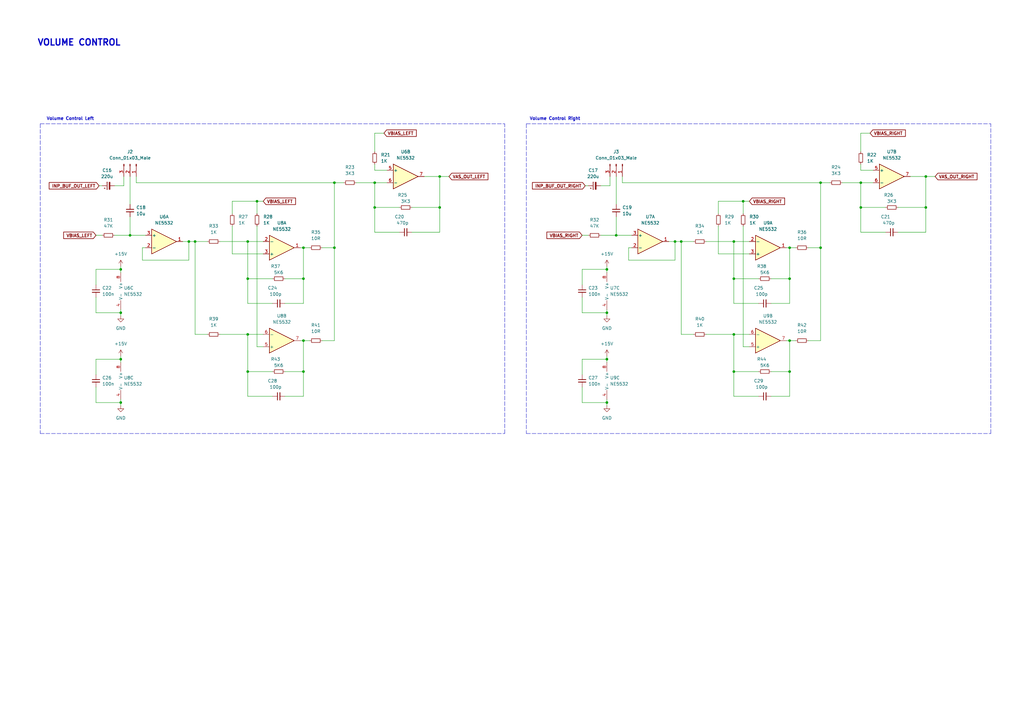
<source format=kicad_sch>
(kicad_sch (version 20211123) (generator eeschema)

  (uuid 32c90bcb-cae6-4c28-98d3-cd15f5058522)

  (paper "A3")

  (lib_symbols
    (symbol "Amplifier_Operational:NE5532" (pin_names (offset 0.127)) (in_bom yes) (on_board yes)
      (property "Reference" "U" (id 0) (at 0 5.08 0)
        (effects (font (size 1.27 1.27)) (justify left))
      )
      (property "Value" "NE5532" (id 1) (at 0 -5.08 0)
        (effects (font (size 1.27 1.27)) (justify left))
      )
      (property "Footprint" "" (id 2) (at 0 0 0)
        (effects (font (size 1.27 1.27)) hide)
      )
      (property "Datasheet" "http://www.ti.com/lit/ds/symlink/ne5532.pdf" (id 3) (at 0 0 0)
        (effects (font (size 1.27 1.27)) hide)
      )
      (property "ki_locked" "" (id 4) (at 0 0 0)
        (effects (font (size 1.27 1.27)))
      )
      (property "ki_keywords" "dual opamp" (id 5) (at 0 0 0)
        (effects (font (size 1.27 1.27)) hide)
      )
      (property "ki_description" "Dual Low-Noise Operational Amplifiers, DIP-8/SOIC-8" (id 6) (at 0 0 0)
        (effects (font (size 1.27 1.27)) hide)
      )
      (property "ki_fp_filters" "SOIC*3.9x4.9mm*P1.27mm* DIP*W7.62mm* TO*99* OnSemi*Micro8* TSSOP*3x3mm*P0.65mm* TSSOP*4.4x3mm*P0.65mm* MSOP*3x3mm*P0.65mm* SSOP*3.9x4.9mm*P0.635mm* LFCSP*2x2mm*P0.5mm* *SIP* SOIC*5.3x6.2mm*P1.27mm*" (id 7) (at 0 0 0)
        (effects (font (size 1.27 1.27)) hide)
      )
      (symbol "NE5532_1_1"
        (polyline
          (pts
            (xy -5.08 5.08)
            (xy 5.08 0)
            (xy -5.08 -5.08)
            (xy -5.08 5.08)
          )
          (stroke (width 0.254) (type default) (color 0 0 0 0))
          (fill (type background))
        )
        (pin output line (at 7.62 0 180) (length 2.54)
          (name "~" (effects (font (size 1.27 1.27))))
          (number "1" (effects (font (size 1.27 1.27))))
        )
        (pin input line (at -7.62 -2.54 0) (length 2.54)
          (name "-" (effects (font (size 1.27 1.27))))
          (number "2" (effects (font (size 1.27 1.27))))
        )
        (pin input line (at -7.62 2.54 0) (length 2.54)
          (name "+" (effects (font (size 1.27 1.27))))
          (number "3" (effects (font (size 1.27 1.27))))
        )
      )
      (symbol "NE5532_2_1"
        (polyline
          (pts
            (xy -5.08 5.08)
            (xy 5.08 0)
            (xy -5.08 -5.08)
            (xy -5.08 5.08)
          )
          (stroke (width 0.254) (type default) (color 0 0 0 0))
          (fill (type background))
        )
        (pin input line (at -7.62 2.54 0) (length 2.54)
          (name "+" (effects (font (size 1.27 1.27))))
          (number "5" (effects (font (size 1.27 1.27))))
        )
        (pin input line (at -7.62 -2.54 0) (length 2.54)
          (name "-" (effects (font (size 1.27 1.27))))
          (number "6" (effects (font (size 1.27 1.27))))
        )
        (pin output line (at 7.62 0 180) (length 2.54)
          (name "~" (effects (font (size 1.27 1.27))))
          (number "7" (effects (font (size 1.27 1.27))))
        )
      )
      (symbol "NE5532_3_1"
        (pin power_in line (at -2.54 -7.62 90) (length 3.81)
          (name "V-" (effects (font (size 1.27 1.27))))
          (number "4" (effects (font (size 1.27 1.27))))
        )
        (pin power_in line (at -2.54 7.62 270) (length 3.81)
          (name "V+" (effects (font (size 1.27 1.27))))
          (number "8" (effects (font (size 1.27 1.27))))
        )
      )
    )
    (symbol "Connector:Conn_01x03_Male" (pin_names (offset 1.016) hide) (in_bom yes) (on_board yes)
      (property "Reference" "J" (id 0) (at 0 5.08 0)
        (effects (font (size 1.27 1.27)))
      )
      (property "Value" "Conn_01x03_Male" (id 1) (at 0 -5.08 0)
        (effects (font (size 1.27 1.27)))
      )
      (property "Footprint" "" (id 2) (at 0 0 0)
        (effects (font (size 1.27 1.27)) hide)
      )
      (property "Datasheet" "~" (id 3) (at 0 0 0)
        (effects (font (size 1.27 1.27)) hide)
      )
      (property "ki_keywords" "connector" (id 4) (at 0 0 0)
        (effects (font (size 1.27 1.27)) hide)
      )
      (property "ki_description" "Generic connector, single row, 01x03, script generated (kicad-library-utils/schlib/autogen/connector/)" (id 5) (at 0 0 0)
        (effects (font (size 1.27 1.27)) hide)
      )
      (property "ki_fp_filters" "Connector*:*_1x??_*" (id 6) (at 0 0 0)
        (effects (font (size 1.27 1.27)) hide)
      )
      (symbol "Conn_01x03_Male_1_1"
        (polyline
          (pts
            (xy 1.27 -2.54)
            (xy 0.8636 -2.54)
          )
          (stroke (width 0.1524) (type default) (color 0 0 0 0))
          (fill (type none))
        )
        (polyline
          (pts
            (xy 1.27 0)
            (xy 0.8636 0)
          )
          (stroke (width 0.1524) (type default) (color 0 0 0 0))
          (fill (type none))
        )
        (polyline
          (pts
            (xy 1.27 2.54)
            (xy 0.8636 2.54)
          )
          (stroke (width 0.1524) (type default) (color 0 0 0 0))
          (fill (type none))
        )
        (rectangle (start 0.8636 -2.413) (end 0 -2.667)
          (stroke (width 0.1524) (type default) (color 0 0 0 0))
          (fill (type outline))
        )
        (rectangle (start 0.8636 0.127) (end 0 -0.127)
          (stroke (width 0.1524) (type default) (color 0 0 0 0))
          (fill (type outline))
        )
        (rectangle (start 0.8636 2.667) (end 0 2.413)
          (stroke (width 0.1524) (type default) (color 0 0 0 0))
          (fill (type outline))
        )
        (pin passive line (at 5.08 2.54 180) (length 3.81)
          (name "Pin_1" (effects (font (size 1.27 1.27))))
          (number "1" (effects (font (size 1.27 1.27))))
        )
        (pin passive line (at 5.08 0 180) (length 3.81)
          (name "Pin_2" (effects (font (size 1.27 1.27))))
          (number "2" (effects (font (size 1.27 1.27))))
        )
        (pin passive line (at 5.08 -2.54 180) (length 3.81)
          (name "Pin_3" (effects (font (size 1.27 1.27))))
          (number "3" (effects (font (size 1.27 1.27))))
        )
      )
    )
    (symbol "Device:C_Polarized_Small" (pin_numbers hide) (pin_names (offset 0.254) hide) (in_bom yes) (on_board yes)
      (property "Reference" "C" (id 0) (at 0.254 1.778 0)
        (effects (font (size 1.27 1.27)) (justify left))
      )
      (property "Value" "C_Polarized_Small" (id 1) (at 0.254 -2.032 0)
        (effects (font (size 1.27 1.27)) (justify left))
      )
      (property "Footprint" "" (id 2) (at 0 0 0)
        (effects (font (size 1.27 1.27)) hide)
      )
      (property "Datasheet" "~" (id 3) (at 0 0 0)
        (effects (font (size 1.27 1.27)) hide)
      )
      (property "ki_keywords" "cap capacitor" (id 4) (at 0 0 0)
        (effects (font (size 1.27 1.27)) hide)
      )
      (property "ki_description" "Polarized capacitor, small symbol" (id 5) (at 0 0 0)
        (effects (font (size 1.27 1.27)) hide)
      )
      (property "ki_fp_filters" "CP_*" (id 6) (at 0 0 0)
        (effects (font (size 1.27 1.27)) hide)
      )
      (symbol "C_Polarized_Small_0_1"
        (rectangle (start -1.524 -0.3048) (end 1.524 -0.6858)
          (stroke (width 0) (type default) (color 0 0 0 0))
          (fill (type outline))
        )
        (rectangle (start -1.524 0.6858) (end 1.524 0.3048)
          (stroke (width 0) (type default) (color 0 0 0 0))
          (fill (type none))
        )
        (polyline
          (pts
            (xy -1.27 1.524)
            (xy -0.762 1.524)
          )
          (stroke (width 0) (type default) (color 0 0 0 0))
          (fill (type none))
        )
        (polyline
          (pts
            (xy -1.016 1.27)
            (xy -1.016 1.778)
          )
          (stroke (width 0) (type default) (color 0 0 0 0))
          (fill (type none))
        )
      )
      (symbol "C_Polarized_Small_1_1"
        (pin passive line (at 0 2.54 270) (length 1.8542)
          (name "~" (effects (font (size 1.27 1.27))))
          (number "1" (effects (font (size 1.27 1.27))))
        )
        (pin passive line (at 0 -2.54 90) (length 1.8542)
          (name "~" (effects (font (size 1.27 1.27))))
          (number "2" (effects (font (size 1.27 1.27))))
        )
      )
    )
    (symbol "Device:C_Small" (pin_numbers hide) (pin_names (offset 0.254) hide) (in_bom yes) (on_board yes)
      (property "Reference" "C" (id 0) (at 0.254 1.778 0)
        (effects (font (size 1.27 1.27)) (justify left))
      )
      (property "Value" "C_Small" (id 1) (at 0.254 -2.032 0)
        (effects (font (size 1.27 1.27)) (justify left))
      )
      (property "Footprint" "" (id 2) (at 0 0 0)
        (effects (font (size 1.27 1.27)) hide)
      )
      (property "Datasheet" "~" (id 3) (at 0 0 0)
        (effects (font (size 1.27 1.27)) hide)
      )
      (property "ki_keywords" "capacitor cap" (id 4) (at 0 0 0)
        (effects (font (size 1.27 1.27)) hide)
      )
      (property "ki_description" "Unpolarized capacitor, small symbol" (id 5) (at 0 0 0)
        (effects (font (size 1.27 1.27)) hide)
      )
      (property "ki_fp_filters" "C_*" (id 6) (at 0 0 0)
        (effects (font (size 1.27 1.27)) hide)
      )
      (symbol "C_Small_0_1"
        (polyline
          (pts
            (xy -1.524 -0.508)
            (xy 1.524 -0.508)
          )
          (stroke (width 0.3302) (type default) (color 0 0 0 0))
          (fill (type none))
        )
        (polyline
          (pts
            (xy -1.524 0.508)
            (xy 1.524 0.508)
          )
          (stroke (width 0.3048) (type default) (color 0 0 0 0))
          (fill (type none))
        )
      )
      (symbol "C_Small_1_1"
        (pin passive line (at 0 2.54 270) (length 2.032)
          (name "~" (effects (font (size 1.27 1.27))))
          (number "1" (effects (font (size 1.27 1.27))))
        )
        (pin passive line (at 0 -2.54 90) (length 2.032)
          (name "~" (effects (font (size 1.27 1.27))))
          (number "2" (effects (font (size 1.27 1.27))))
        )
      )
    )
    (symbol "Device:R_Small" (pin_numbers hide) (pin_names (offset 0.254) hide) (in_bom yes) (on_board yes)
      (property "Reference" "R" (id 0) (at 0.762 0.508 0)
        (effects (font (size 1.27 1.27)) (justify left))
      )
      (property "Value" "R_Small" (id 1) (at 0.762 -1.016 0)
        (effects (font (size 1.27 1.27)) (justify left))
      )
      (property "Footprint" "" (id 2) (at 0 0 0)
        (effects (font (size 1.27 1.27)) hide)
      )
      (property "Datasheet" "~" (id 3) (at 0 0 0)
        (effects (font (size 1.27 1.27)) hide)
      )
      (property "ki_keywords" "R resistor" (id 4) (at 0 0 0)
        (effects (font (size 1.27 1.27)) hide)
      )
      (property "ki_description" "Resistor, small symbol" (id 5) (at 0 0 0)
        (effects (font (size 1.27 1.27)) hide)
      )
      (property "ki_fp_filters" "R_*" (id 6) (at 0 0 0)
        (effects (font (size 1.27 1.27)) hide)
      )
      (symbol "R_Small_0_1"
        (rectangle (start -0.762 1.778) (end 0.762 -1.778)
          (stroke (width 0.2032) (type default) (color 0 0 0 0))
          (fill (type none))
        )
      )
      (symbol "R_Small_1_1"
        (pin passive line (at 0 2.54 270) (length 0.762)
          (name "~" (effects (font (size 1.27 1.27))))
          (number "1" (effects (font (size 1.27 1.27))))
        )
        (pin passive line (at 0 -2.54 90) (length 0.762)
          (name "~" (effects (font (size 1.27 1.27))))
          (number "2" (effects (font (size 1.27 1.27))))
        )
      )
    )
    (symbol "power:+15V" (power) (pin_names (offset 0)) (in_bom yes) (on_board yes)
      (property "Reference" "#PWR" (id 0) (at 0 -3.81 0)
        (effects (font (size 1.27 1.27)) hide)
      )
      (property "Value" "+15V" (id 1) (at 0 3.556 0)
        (effects (font (size 1.27 1.27)))
      )
      (property "Footprint" "" (id 2) (at 0 0 0)
        (effects (font (size 1.27 1.27)) hide)
      )
      (property "Datasheet" "" (id 3) (at 0 0 0)
        (effects (font (size 1.27 1.27)) hide)
      )
      (property "ki_keywords" "power-flag" (id 4) (at 0 0 0)
        (effects (font (size 1.27 1.27)) hide)
      )
      (property "ki_description" "Power symbol creates a global label with name \"+15V\"" (id 5) (at 0 0 0)
        (effects (font (size 1.27 1.27)) hide)
      )
      (symbol "+15V_0_1"
        (polyline
          (pts
            (xy -0.762 1.27)
            (xy 0 2.54)
          )
          (stroke (width 0) (type default) (color 0 0 0 0))
          (fill (type none))
        )
        (polyline
          (pts
            (xy 0 0)
            (xy 0 2.54)
          )
          (stroke (width 0) (type default) (color 0 0 0 0))
          (fill (type none))
        )
        (polyline
          (pts
            (xy 0 2.54)
            (xy 0.762 1.27)
          )
          (stroke (width 0) (type default) (color 0 0 0 0))
          (fill (type none))
        )
      )
      (symbol "+15V_1_1"
        (pin power_in line (at 0 0 90) (length 0) hide
          (name "+15V" (effects (font (size 1.27 1.27))))
          (number "1" (effects (font (size 1.27 1.27))))
        )
      )
    )
    (symbol "power:GND" (power) (pin_names (offset 0)) (in_bom yes) (on_board yes)
      (property "Reference" "#PWR" (id 0) (at 0 -6.35 0)
        (effects (font (size 1.27 1.27)) hide)
      )
      (property "Value" "GND" (id 1) (at 0 -3.81 0)
        (effects (font (size 1.27 1.27)))
      )
      (property "Footprint" "" (id 2) (at 0 0 0)
        (effects (font (size 1.27 1.27)) hide)
      )
      (property "Datasheet" "" (id 3) (at 0 0 0)
        (effects (font (size 1.27 1.27)) hide)
      )
      (property "ki_keywords" "power-flag" (id 4) (at 0 0 0)
        (effects (font (size 1.27 1.27)) hide)
      )
      (property "ki_description" "Power symbol creates a global label with name \"GND\" , ground" (id 5) (at 0 0 0)
        (effects (font (size 1.27 1.27)) hide)
      )
      (symbol "GND_0_1"
        (polyline
          (pts
            (xy 0 0)
            (xy 0 -1.27)
            (xy 1.27 -1.27)
            (xy 0 -2.54)
            (xy -1.27 -1.27)
            (xy 0 -1.27)
          )
          (stroke (width 0) (type default) (color 0 0 0 0))
          (fill (type none))
        )
      )
      (symbol "GND_1_1"
        (pin power_in line (at 0 0 270) (length 0) hide
          (name "GND" (effects (font (size 1.27 1.27))))
          (number "1" (effects (font (size 1.27 1.27))))
        )
      )
    )
  )

  (junction (at 300.99 152.4) (diameter 0) (color 0 0 0 0)
    (uuid 040adcad-97f9-4daa-9124-96afad9ce78f)
  )
  (junction (at 49.53 165.1) (diameter 0) (color 0 0 0 0)
    (uuid 0825a535-87ea-45e5-a512-cbfee5ec369c)
  )
  (junction (at 248.92 165.1) (diameter 0) (color 0 0 0 0)
    (uuid 08cf2b29-24f7-4d86-b549-f0a456130050)
  )
  (junction (at 49.53 110.49) (diameter 0) (color 0 0 0 0)
    (uuid 11e2bb0d-0183-4ce1-a55b-a56e4a2626ea)
  )
  (junction (at 379.73 85.09) (diameter 0) (color 0 0 0 0)
    (uuid 15776d2d-72d3-4dca-9807-1659bea7bcf4)
  )
  (junction (at 336.55 74.93) (diameter 0) (color 0 0 0 0)
    (uuid 17ed3842-dbd6-4815-a157-997651c84972)
  )
  (junction (at 53.34 96.52) (diameter 0) (color 0 0 0 0)
    (uuid 19ba0b50-61f7-48cf-8496-0608fa51fb0e)
  )
  (junction (at 105.41 82.55) (diameter 0) (color 0 0 0 0)
    (uuid 1e92ae88-43c0-472f-8b93-34506c695cbe)
  )
  (junction (at 124.46 114.3) (diameter 0) (color 0 0 0 0)
    (uuid 2a9a1859-7efd-4435-9335-7f1bb981d5d3)
  )
  (junction (at 180.34 72.39) (diameter 0) (color 0 0 0 0)
    (uuid 3e2e2717-0db3-4d09-9271-0ebe75278cbc)
  )
  (junction (at 77.47 99.06) (diameter 0) (color 0 0 0 0)
    (uuid 48aa8436-d200-4942-a307-dab966568498)
  )
  (junction (at 300.99 99.06) (diameter 0) (color 0 0 0 0)
    (uuid 5bc26634-7fa5-454f-8e02-7b730a87e0db)
  )
  (junction (at 101.6 137.16) (diameter 0) (color 0 0 0 0)
    (uuid 5e891c0d-e302-4277-be4d-fa2e65053240)
  )
  (junction (at 276.86 99.06) (diameter 0) (color 0 0 0 0)
    (uuid 670020fa-d3c9-4c8d-814f-4ba6a2b22872)
  )
  (junction (at 49.53 128.27) (diameter 0) (color 0 0 0 0)
    (uuid 6af92ff2-926d-4ac3-9082-8c9d718c1011)
  )
  (junction (at 124.46 101.6) (diameter 0) (color 0 0 0 0)
    (uuid 70c662e9-be08-4afe-9e51-5483e01759e9)
  )
  (junction (at 279.4 99.06) (diameter 0) (color 0 0 0 0)
    (uuid 75c351c0-aa5d-4c46-8eda-abafd24605fd)
  )
  (junction (at 80.01 99.06) (diameter 0) (color 0 0 0 0)
    (uuid 7a2c10b1-2731-475d-8588-866188291707)
  )
  (junction (at 180.34 85.09) (diameter 0) (color 0 0 0 0)
    (uuid 7e11536e-20fc-4f38-9c0d-a7c23c01732a)
  )
  (junction (at 353.06 85.09) (diameter 0) (color 0 0 0 0)
    (uuid 7e7e3ca8-a967-4506-b031-42cbbb2453ee)
  )
  (junction (at 101.6 114.3) (diameter 0) (color 0 0 0 0)
    (uuid 8139f274-38f5-4dda-a59a-21a71a3f31fe)
  )
  (junction (at 379.73 72.39) (diameter 0) (color 0 0 0 0)
    (uuid 8cf3cbcf-9d8c-4d82-8ed2-2f0d35943b93)
  )
  (junction (at 101.6 99.06) (diameter 0) (color 0 0 0 0)
    (uuid 9ed807ce-ec3b-430d-b21a-ec547e9cc798)
  )
  (junction (at 336.55 101.6) (diameter 0) (color 0 0 0 0)
    (uuid a1863b38-068f-4f1c-a2de-ace48e42c173)
  )
  (junction (at 323.85 114.3) (diameter 0) (color 0 0 0 0)
    (uuid a1e18623-9f86-4ff9-9027-24c93eae19b8)
  )
  (junction (at 124.46 139.7) (diameter 0) (color 0 0 0 0)
    (uuid a28e5a35-56aa-49e0-bc8b-2a29a029d0f0)
  )
  (junction (at 300.99 114.3) (diameter 0) (color 0 0 0 0)
    (uuid afe151f4-8bfa-4629-b437-81254e5620ea)
  )
  (junction (at 252.73 96.52) (diameter 0) (color 0 0 0 0)
    (uuid b18d0e23-3be6-4b6e-b51b-8cb893a9bdb8)
  )
  (junction (at 323.85 101.6) (diameter 0) (color 0 0 0 0)
    (uuid b513123a-55ab-4271-851b-b33d0ffc1596)
  )
  (junction (at 137.16 74.93) (diameter 0) (color 0 0 0 0)
    (uuid bb01567e-b7ce-49b0-9fc2-3e9c2b484d99)
  )
  (junction (at 49.53 147.32) (diameter 0) (color 0 0 0 0)
    (uuid c3fc2c7e-164a-4dcc-a2db-07ba4a222cc8)
  )
  (junction (at 153.67 85.09) (diameter 0) (color 0 0 0 0)
    (uuid c40b20c0-9564-4fc6-b0a3-a2fcd99ccb89)
  )
  (junction (at 137.16 101.6) (diameter 0) (color 0 0 0 0)
    (uuid c4af7bda-c0b5-41f0-996c-d93b0b832e23)
  )
  (junction (at 353.06 74.93) (diameter 0) (color 0 0 0 0)
    (uuid c7cc893d-b2ad-4246-8165-f17fd715c02b)
  )
  (junction (at 248.92 128.27) (diameter 0) (color 0 0 0 0)
    (uuid dc7bc4e9-eaff-433f-950b-9adfeef1c3bd)
  )
  (junction (at 323.85 152.4) (diameter 0) (color 0 0 0 0)
    (uuid e2ba1f5f-d71f-4f17-99e8-eb40a0b041af)
  )
  (junction (at 248.92 147.32) (diameter 0) (color 0 0 0 0)
    (uuid e6fb8c58-37ff-42f3-bbb9-b32fb995ebce)
  )
  (junction (at 101.6 152.4) (diameter 0) (color 0 0 0 0)
    (uuid e7db8870-ecbf-4174-a9c7-23220130091c)
  )
  (junction (at 300.99 137.16) (diameter 0) (color 0 0 0 0)
    (uuid ebfaa86b-e989-4f22-9f69-21765eb7dec3)
  )
  (junction (at 323.85 139.7) (diameter 0) (color 0 0 0 0)
    (uuid f186e715-dac1-4b41-a69f-56b47fb2fdcf)
  )
  (junction (at 124.46 152.4) (diameter 0) (color 0 0 0 0)
    (uuid f43eb4f4-e0c6-4158-8169-2e35ef62f180)
  )
  (junction (at 248.92 110.49) (diameter 0) (color 0 0 0 0)
    (uuid f9981f12-c602-41ef-9607-4b5cdd2fbc74)
  )
  (junction (at 304.8 82.55) (diameter 0) (color 0 0 0 0)
    (uuid f9f40065-1745-4034-816a-3a480c2c014a)
  )
  (junction (at 153.67 74.93) (diameter 0) (color 0 0 0 0)
    (uuid fcf0b143-9043-426b-ad44-44f1c5ce1a37)
  )

  (wire (pts (xy 101.6 124.46) (xy 111.76 124.46))
    (stroke (width 0) (type default) (color 0 0 0 0))
    (uuid 0013634b-bfa9-4951-8ec2-686420199a84)
  )
  (wire (pts (xy 294.64 104.14) (xy 294.64 92.71))
    (stroke (width 0) (type default) (color 0 0 0 0))
    (uuid 03d015bc-7fe9-4245-a5cb-6d6f119a5a35)
  )
  (wire (pts (xy 146.05 74.93) (xy 153.67 74.93))
    (stroke (width 0) (type default) (color 0 0 0 0))
    (uuid 06434ab2-642d-419a-a6ae-e7f6ab030f74)
  )
  (polyline (pts (xy 406.4 177.8) (xy 406.4 50.8))
    (stroke (width 0) (type default) (color 0 0 0 0))
    (uuid 07d9343d-7b67-4057-9dfa-f731f7808e22)
  )

  (wire (pts (xy 238.76 96.52) (xy 241.3 96.52))
    (stroke (width 0) (type default) (color 0 0 0 0))
    (uuid 085a0d6d-4ab7-44ca-9ef5-f123cfcde5ff)
  )
  (wire (pts (xy 124.46 101.6) (xy 127 101.6))
    (stroke (width 0) (type default) (color 0 0 0 0))
    (uuid 08847420-b82c-4e58-8b9b-d45aa41ee27c)
  )
  (wire (pts (xy 59.69 101.6) (xy 58.42 101.6))
    (stroke (width 0) (type default) (color 0 0 0 0))
    (uuid 09cfbde0-ab09-47e9-924b-710cfe5e3185)
  )
  (wire (pts (xy 153.67 69.85) (xy 153.67 67.31))
    (stroke (width 0) (type default) (color 0 0 0 0))
    (uuid 0f37f30d-166f-440e-9de9-438d29dfab49)
  )
  (wire (pts (xy 50.8 76.2) (xy 50.8 72.39))
    (stroke (width 0) (type default) (color 0 0 0 0))
    (uuid 1279a937-fde7-4944-a0e2-65ff4f5f18d6)
  )
  (wire (pts (xy 124.46 152.4) (xy 124.46 162.56))
    (stroke (width 0) (type default) (color 0 0 0 0))
    (uuid 166d1f5e-97f3-4dad-af3e-6f4708de8d7f)
  )
  (wire (pts (xy 322.58 139.7) (xy 323.85 139.7))
    (stroke (width 0) (type default) (color 0 0 0 0))
    (uuid 168a52ef-4f39-4ad4-aac7-eb3756dd1f5a)
  )
  (wire (pts (xy 248.92 146.05) (xy 248.92 147.32))
    (stroke (width 0) (type default) (color 0 0 0 0))
    (uuid 17c17990-aa9e-4e4e-a62c-37e6d2d0ff00)
  )
  (wire (pts (xy 80.01 137.16) (xy 85.09 137.16))
    (stroke (width 0) (type default) (color 0 0 0 0))
    (uuid 18440cf6-749b-44cd-afec-cab9cb2fb346)
  )
  (wire (pts (xy 105.41 82.55) (xy 107.95 82.55))
    (stroke (width 0) (type default) (color 0 0 0 0))
    (uuid 190236eb-3900-4f09-9f5a-ffcbf0fab4f8)
  )
  (wire (pts (xy 300.99 162.56) (xy 311.15 162.56))
    (stroke (width 0) (type default) (color 0 0 0 0))
    (uuid 1c22ea61-3f21-451c-9e1e-f9baefcb2b43)
  )
  (wire (pts (xy 49.53 128.27) (xy 49.53 127))
    (stroke (width 0) (type default) (color 0 0 0 0))
    (uuid 2054114c-7c31-40f4-a873-86e38939008d)
  )
  (wire (pts (xy 80.01 99.06) (xy 80.01 137.16))
    (stroke (width 0) (type default) (color 0 0 0 0))
    (uuid 20893907-a1e4-4d32-aa44-c236c5403a96)
  )
  (polyline (pts (xy 16.51 50.8) (xy 207.01 50.8))
    (stroke (width 0) (type default) (color 0 0 0 0))
    (uuid 20e0420d-3ca0-4f2a-b291-3fb4cab62818)
  )

  (wire (pts (xy 116.84 162.56) (xy 124.46 162.56))
    (stroke (width 0) (type default) (color 0 0 0 0))
    (uuid 2839faf3-0063-43d4-bee5-788a1101be59)
  )
  (polyline (pts (xy 207.01 177.8) (xy 207.01 50.8))
    (stroke (width 0) (type default) (color 0 0 0 0))
    (uuid 2917416a-5a9a-4fd1-9833-dcfa72861ff6)
  )

  (wire (pts (xy 246.38 96.52) (xy 252.73 96.52))
    (stroke (width 0) (type default) (color 0 0 0 0))
    (uuid 291d884c-ecca-48d4-92e8-d8c0aaa1b86e)
  )
  (wire (pts (xy 279.4 137.16) (xy 284.48 137.16))
    (stroke (width 0) (type default) (color 0 0 0 0))
    (uuid 2eb41b94-9719-43da-9531-a20d037efc8c)
  )
  (wire (pts (xy 157.48 54.61) (xy 153.67 54.61))
    (stroke (width 0) (type default) (color 0 0 0 0))
    (uuid 32579539-29ea-4adc-9176-ae312a2942e6)
  )
  (wire (pts (xy 111.76 114.3) (xy 101.6 114.3))
    (stroke (width 0) (type default) (color 0 0 0 0))
    (uuid 34901f78-bc0e-49b1-97ce-baf9fb7b0684)
  )
  (wire (pts (xy 137.16 74.93) (xy 137.16 101.6))
    (stroke (width 0) (type default) (color 0 0 0 0))
    (uuid 34f7af4a-db37-406c-a3cd-3448f871bef9)
  )
  (wire (pts (xy 353.06 95.25) (xy 363.22 95.25))
    (stroke (width 0) (type default) (color 0 0 0 0))
    (uuid 3598f1e7-34fc-4a64-84c0-691346510b8c)
  )
  (polyline (pts (xy 215.9 177.8) (xy 406.4 177.8))
    (stroke (width 0) (type default) (color 0 0 0 0))
    (uuid 35c1d08b-297a-49ff-9524-4b0487efc7a4)
  )

  (wire (pts (xy 304.8 92.71) (xy 304.8 142.24))
    (stroke (width 0) (type default) (color 0 0 0 0))
    (uuid 35f6e0a0-026a-4bd9-9392-1403f498333e)
  )
  (wire (pts (xy 323.85 114.3) (xy 323.85 124.46))
    (stroke (width 0) (type default) (color 0 0 0 0))
    (uuid 38417026-22d3-4e72-a0cf-1a06c4ea773a)
  )
  (wire (pts (xy 316.23 162.56) (xy 323.85 162.56))
    (stroke (width 0) (type default) (color 0 0 0 0))
    (uuid 391463e9-d8dd-45cd-b7f5-d48cb6cbf1e0)
  )
  (wire (pts (xy 353.06 85.09) (xy 353.06 74.93))
    (stroke (width 0) (type default) (color 0 0 0 0))
    (uuid 3b610082-2a84-46d7-8d75-0678b6702ccf)
  )
  (wire (pts (xy 105.41 82.55) (xy 105.41 87.63))
    (stroke (width 0) (type default) (color 0 0 0 0))
    (uuid 3c102703-f43d-435e-bf3c-462afcfce349)
  )
  (wire (pts (xy 55.88 72.39) (xy 55.88 74.93))
    (stroke (width 0) (type default) (color 0 0 0 0))
    (uuid 3c3f2286-0896-45dd-ad49-e292ce6be475)
  )
  (wire (pts (xy 153.67 95.25) (xy 163.83 95.25))
    (stroke (width 0) (type default) (color 0 0 0 0))
    (uuid 3d652c35-38f7-4b02-895e-ff375a68a7d6)
  )
  (wire (pts (xy 124.46 114.3) (xy 124.46 124.46))
    (stroke (width 0) (type default) (color 0 0 0 0))
    (uuid 3e5d139f-6101-4d2b-8790-3e3404284214)
  )
  (wire (pts (xy 248.92 128.27) (xy 248.92 127))
    (stroke (width 0) (type default) (color 0 0 0 0))
    (uuid 43a60098-17e0-4a29-aaec-6451f62bf35c)
  )
  (wire (pts (xy 238.76 121.92) (xy 238.76 128.27))
    (stroke (width 0) (type default) (color 0 0 0 0))
    (uuid 44037a73-2264-4c46-b507-836d9030a54a)
  )
  (wire (pts (xy 90.17 99.06) (xy 101.6 99.06))
    (stroke (width 0) (type default) (color 0 0 0 0))
    (uuid 45fe542a-e83a-4543-b532-48d408f7edac)
  )
  (wire (pts (xy 53.34 96.52) (xy 59.69 96.52))
    (stroke (width 0) (type default) (color 0 0 0 0))
    (uuid 4681edfc-8349-4e23-8c82-c690d4a79667)
  )
  (wire (pts (xy 39.37 147.32) (xy 49.53 147.32))
    (stroke (width 0) (type default) (color 0 0 0 0))
    (uuid 472d8a66-04b2-4b47-8853-c7aebc5b8e2a)
  )
  (wire (pts (xy 49.53 165.1) (xy 49.53 163.83))
    (stroke (width 0) (type default) (color 0 0 0 0))
    (uuid 4986042c-a428-4ac7-abbc-f6d16e5f4e8a)
  )
  (wire (pts (xy 123.19 139.7) (xy 124.46 139.7))
    (stroke (width 0) (type default) (color 0 0 0 0))
    (uuid 4c364e1d-786f-4cee-aad4-b0cac3fc80cf)
  )
  (wire (pts (xy 95.25 87.63) (xy 95.25 82.55))
    (stroke (width 0) (type default) (color 0 0 0 0))
    (uuid 4c48da19-c61a-4828-b58f-3bb2934863d4)
  )
  (wire (pts (xy 248.92 147.32) (xy 248.92 148.59))
    (stroke (width 0) (type default) (color 0 0 0 0))
    (uuid 4eaf7bbc-3f10-4002-9b6f-73dc83581bc5)
  )
  (wire (pts (xy 274.32 99.06) (xy 276.86 99.06))
    (stroke (width 0) (type default) (color 0 0 0 0))
    (uuid 5285c132-d782-43a9-9d44-7f4cc450bf72)
  )
  (wire (pts (xy 368.3 95.25) (xy 379.73 95.25))
    (stroke (width 0) (type default) (color 0 0 0 0))
    (uuid 53d38972-f029-4fd7-82aa-597dc85a23b3)
  )
  (wire (pts (xy 124.46 139.7) (xy 124.46 152.4))
    (stroke (width 0) (type default) (color 0 0 0 0))
    (uuid 545de0fc-1221-4d3e-9957-0564fbb80d43)
  )
  (wire (pts (xy 259.08 101.6) (xy 257.81 101.6))
    (stroke (width 0) (type default) (color 0 0 0 0))
    (uuid 55c55096-74e5-4084-9caa-c619eafaef11)
  )
  (wire (pts (xy 358.14 69.85) (xy 353.06 69.85))
    (stroke (width 0) (type default) (color 0 0 0 0))
    (uuid 566f6fd7-09d0-4b7c-b6ce-076841e25e39)
  )
  (wire (pts (xy 124.46 139.7) (xy 127 139.7))
    (stroke (width 0) (type default) (color 0 0 0 0))
    (uuid 58da43b9-ba96-4731-8c4a-d38141103998)
  )
  (wire (pts (xy 238.76 128.27) (xy 248.92 128.27))
    (stroke (width 0) (type default) (color 0 0 0 0))
    (uuid 5db32e5d-26c2-4ffc-b020-5fe7adfa79e8)
  )
  (wire (pts (xy 252.73 72.39) (xy 252.73 83.82))
    (stroke (width 0) (type default) (color 0 0 0 0))
    (uuid 5def1c16-3ea5-4718-af32-bdf378c863e2)
  )
  (wire (pts (xy 363.22 85.09) (xy 353.06 85.09))
    (stroke (width 0) (type default) (color 0 0 0 0))
    (uuid 5e191ee1-7cef-4f1a-b10d-43c5f7a4cc39)
  )
  (wire (pts (xy 153.67 54.61) (xy 153.67 62.23))
    (stroke (width 0) (type default) (color 0 0 0 0))
    (uuid 5e36fb49-5b57-4895-a51d-c633909e2c16)
  )
  (wire (pts (xy 300.99 99.06) (xy 300.99 114.3))
    (stroke (width 0) (type default) (color 0 0 0 0))
    (uuid 6090805c-75ab-451a-aa4f-5be8c267577d)
  )
  (wire (pts (xy 49.53 109.22) (xy 49.53 110.49))
    (stroke (width 0) (type default) (color 0 0 0 0))
    (uuid 60cbcf5e-6e12-47f1-aee8-7d4e65e0e78b)
  )
  (polyline (pts (xy 16.51 50.8) (xy 16.51 177.8))
    (stroke (width 0) (type default) (color 0 0 0 0))
    (uuid 611aebfd-43dd-40bc-b6bd-bc864533ca96)
  )

  (wire (pts (xy 252.73 88.9) (xy 252.73 96.52))
    (stroke (width 0) (type default) (color 0 0 0 0))
    (uuid 61f54437-2b51-469e-a2e8-60ab67f8bb99)
  )
  (wire (pts (xy 316.23 114.3) (xy 323.85 114.3))
    (stroke (width 0) (type default) (color 0 0 0 0))
    (uuid 65ae3824-a7f9-45d5-b83a-105d5b12308e)
  )
  (wire (pts (xy 180.34 85.09) (xy 180.34 72.39))
    (stroke (width 0) (type default) (color 0 0 0 0))
    (uuid 66aae888-9584-4e92-85cd-d059a8553484)
  )
  (wire (pts (xy 137.16 101.6) (xy 137.16 139.7))
    (stroke (width 0) (type default) (color 0 0 0 0))
    (uuid 66cd14f6-0509-427c-b15f-a1648df68e30)
  )
  (wire (pts (xy 39.37 116.84) (xy 39.37 110.49))
    (stroke (width 0) (type default) (color 0 0 0 0))
    (uuid 66d559bb-b620-4ac5-9e8b-ab95b3018a60)
  )
  (wire (pts (xy 340.36 74.93) (xy 336.55 74.93))
    (stroke (width 0) (type default) (color 0 0 0 0))
    (uuid 678f33c0-8029-43ca-b282-25c266f146a7)
  )
  (wire (pts (xy 246.38 76.2) (xy 250.19 76.2))
    (stroke (width 0) (type default) (color 0 0 0 0))
    (uuid 6836205a-57a7-4dc4-b705-fc201d2edd1b)
  )
  (wire (pts (xy 252.73 96.52) (xy 259.08 96.52))
    (stroke (width 0) (type default) (color 0 0 0 0))
    (uuid 68efb3b3-dd6b-4778-9290-3a27c33f16f2)
  )
  (wire (pts (xy 58.42 101.6) (xy 58.42 106.68))
    (stroke (width 0) (type default) (color 0 0 0 0))
    (uuid 69e96d3e-2ed4-4766-b89b-bc07b85e8356)
  )
  (wire (pts (xy 49.53 147.32) (xy 49.53 148.59))
    (stroke (width 0) (type default) (color 0 0 0 0))
    (uuid 6a5122cb-98ca-42db-89fb-e1ca554f30f0)
  )
  (wire (pts (xy 276.86 99.06) (xy 279.4 99.06))
    (stroke (width 0) (type default) (color 0 0 0 0))
    (uuid 6ad05615-8924-41b4-bc40-929e25b6e671)
  )
  (wire (pts (xy 180.34 72.39) (xy 173.99 72.39))
    (stroke (width 0) (type default) (color 0 0 0 0))
    (uuid 6b2ae598-ee2e-48ff-9b08-b4a749e65d06)
  )
  (wire (pts (xy 304.8 82.55) (xy 307.34 82.55))
    (stroke (width 0) (type default) (color 0 0 0 0))
    (uuid 6b8fd8b9-aef8-4b1e-af13-59a5135513eb)
  )
  (wire (pts (xy 323.85 101.6) (xy 323.85 114.3))
    (stroke (width 0) (type default) (color 0 0 0 0))
    (uuid 6e5a1218-ce86-4c3d-ba3a-661de136a582)
  )
  (wire (pts (xy 300.99 114.3) (xy 300.99 124.46))
    (stroke (width 0) (type default) (color 0 0 0 0))
    (uuid 6e6515ab-18e4-4852-b20c-614ff2452a99)
  )
  (wire (pts (xy 336.55 74.93) (xy 336.55 101.6))
    (stroke (width 0) (type default) (color 0 0 0 0))
    (uuid 70fef892-b3d2-4f82-ba5d-6068adf8f9d7)
  )
  (wire (pts (xy 307.34 142.24) (xy 304.8 142.24))
    (stroke (width 0) (type default) (color 0 0 0 0))
    (uuid 7231d9dd-3dc5-4b06-ac13-fabf8f973eea)
  )
  (wire (pts (xy 49.53 166.37) (xy 49.53 165.1))
    (stroke (width 0) (type default) (color 0 0 0 0))
    (uuid 72c8e14d-52c8-48b3-94ff-a292aa6b3bab)
  )
  (wire (pts (xy 311.15 152.4) (xy 300.99 152.4))
    (stroke (width 0) (type default) (color 0 0 0 0))
    (uuid 7307f6ff-26a0-43e8-b45a-d65cda125d5d)
  )
  (wire (pts (xy 279.4 99.06) (xy 279.4 137.16))
    (stroke (width 0) (type default) (color 0 0 0 0))
    (uuid 7324a0f0-9bfa-4bf1-9419-9f183fc263f6)
  )
  (wire (pts (xy 257.81 106.68) (xy 276.86 106.68))
    (stroke (width 0) (type default) (color 0 0 0 0))
    (uuid 735a9251-de21-4471-9833-5e5d8314a8be)
  )
  (wire (pts (xy 322.58 101.6) (xy 323.85 101.6))
    (stroke (width 0) (type default) (color 0 0 0 0))
    (uuid 73f7a9c3-a7e2-427e-a1a1-21ddb6bb3d92)
  )
  (wire (pts (xy 353.06 74.93) (xy 358.14 74.93))
    (stroke (width 0) (type default) (color 0 0 0 0))
    (uuid 74131ee5-cdc5-4906-81a5-c7e35f4ba4bf)
  )
  (wire (pts (xy 304.8 82.55) (xy 304.8 87.63))
    (stroke (width 0) (type default) (color 0 0 0 0))
    (uuid 7433f2ba-64c2-4681-aef2-1baafcee17b2)
  )
  (wire (pts (xy 95.25 104.14) (xy 95.25 92.71))
    (stroke (width 0) (type default) (color 0 0 0 0))
    (uuid 772f45b4-88ab-4364-92e8-29f89de49553)
  )
  (wire (pts (xy 307.34 104.14) (xy 294.64 104.14))
    (stroke (width 0) (type default) (color 0 0 0 0))
    (uuid 78994fb4-c4ec-4527-bc87-059b6776c71a)
  )
  (wire (pts (xy 116.84 152.4) (xy 124.46 152.4))
    (stroke (width 0) (type default) (color 0 0 0 0))
    (uuid 7a754f02-7268-4a53-9dc7-cada45cfb0f2)
  )
  (wire (pts (xy 140.97 74.93) (xy 137.16 74.93))
    (stroke (width 0) (type default) (color 0 0 0 0))
    (uuid 7c0bd170-6731-4c37-8099-f864db81f1f8)
  )
  (wire (pts (xy 180.34 85.09) (xy 180.34 95.25))
    (stroke (width 0) (type default) (color 0 0 0 0))
    (uuid 7c56c5dc-9671-4b2c-a354-ffd0c1f70d98)
  )
  (wire (pts (xy 101.6 99.06) (xy 101.6 114.3))
    (stroke (width 0) (type default) (color 0 0 0 0))
    (uuid 7d3aafd6-df15-4a39-8775-be1706a9085e)
  )
  (wire (pts (xy 238.76 153.67) (xy 238.76 147.32))
    (stroke (width 0) (type default) (color 0 0 0 0))
    (uuid 7eb606fd-a55a-40da-9f28-f9536e5381e8)
  )
  (wire (pts (xy 49.53 110.49) (xy 49.53 111.76))
    (stroke (width 0) (type default) (color 0 0 0 0))
    (uuid 7f6192cd-b915-4e92-a504-fb6b4f3c0657)
  )
  (wire (pts (xy 379.73 72.39) (xy 373.38 72.39))
    (stroke (width 0) (type default) (color 0 0 0 0))
    (uuid 7f6c23be-dca5-4f57-a18a-9cacc33352fb)
  )
  (wire (pts (xy 300.99 137.16) (xy 300.99 152.4))
    (stroke (width 0) (type default) (color 0 0 0 0))
    (uuid 81173b97-7205-484a-a0c6-bda8b62ba326)
  )
  (wire (pts (xy 276.86 99.06) (xy 276.86 106.68))
    (stroke (width 0) (type default) (color 0 0 0 0))
    (uuid 84aa63fe-1ce4-47f5-b1d3-1e5bb484dc76)
  )
  (wire (pts (xy 101.6 99.06) (xy 107.95 99.06))
    (stroke (width 0) (type default) (color 0 0 0 0))
    (uuid 8544c039-d9f8-498b-919e-899f9837f3b0)
  )
  (wire (pts (xy 53.34 88.9) (xy 53.34 96.52))
    (stroke (width 0) (type default) (color 0 0 0 0))
    (uuid 8734c1c0-f0eb-4aa8-b5ab-c2ec219b5d61)
  )
  (wire (pts (xy 323.85 101.6) (xy 326.39 101.6))
    (stroke (width 0) (type default) (color 0 0 0 0))
    (uuid 8764b5a9-6a84-42f8-8972-8cf929f75039)
  )
  (wire (pts (xy 331.47 101.6) (xy 336.55 101.6))
    (stroke (width 0) (type default) (color 0 0 0 0))
    (uuid 878d1c09-d44a-43eb-afb4-22cc572f9bef)
  )
  (wire (pts (xy 49.53 146.05) (xy 49.53 147.32))
    (stroke (width 0) (type default) (color 0 0 0 0))
    (uuid 87ea35a6-275c-4908-a008-03ba68ccb767)
  )
  (wire (pts (xy 39.37 96.52) (xy 41.91 96.52))
    (stroke (width 0) (type default) (color 0 0 0 0))
    (uuid 89c3e7d1-1702-4d17-a54c-9cbc87ea031d)
  )
  (wire (pts (xy 240.03 76.2) (xy 241.3 76.2))
    (stroke (width 0) (type default) (color 0 0 0 0))
    (uuid 8ad311df-6cbe-4424-aa3d-9a1326cec06d)
  )
  (wire (pts (xy 163.83 85.09) (xy 153.67 85.09))
    (stroke (width 0) (type default) (color 0 0 0 0))
    (uuid 8bddb9d0-3893-4cbf-bbc9-78ca895bdd3a)
  )
  (wire (pts (xy 248.92 166.37) (xy 248.92 165.1))
    (stroke (width 0) (type default) (color 0 0 0 0))
    (uuid 8f5f7c50-74aa-45b9-b2c2-b5734f1d54f7)
  )
  (wire (pts (xy 353.06 85.09) (xy 353.06 95.25))
    (stroke (width 0) (type default) (color 0 0 0 0))
    (uuid 9018a8f5-f35a-4eee-8c94-68b71e6a055c)
  )
  (wire (pts (xy 80.01 99.06) (xy 85.09 99.06))
    (stroke (width 0) (type default) (color 0 0 0 0))
    (uuid 9077a7e3-61a3-44a8-8b9f-84dc4958084c)
  )
  (wire (pts (xy 116.84 114.3) (xy 124.46 114.3))
    (stroke (width 0) (type default) (color 0 0 0 0))
    (uuid 92d05c8d-b1a9-443b-ba87-5a959e90679d)
  )
  (wire (pts (xy 101.6 137.16) (xy 101.6 152.4))
    (stroke (width 0) (type default) (color 0 0 0 0))
    (uuid 93df4da8-453e-4d9a-bbdd-c478dcc83513)
  )
  (wire (pts (xy 39.37 121.92) (xy 39.37 128.27))
    (stroke (width 0) (type default) (color 0 0 0 0))
    (uuid 949b531d-7902-4c11-b8b1-5487badda0bb)
  )
  (wire (pts (xy 300.99 124.46) (xy 311.15 124.46))
    (stroke (width 0) (type default) (color 0 0 0 0))
    (uuid 949ccecb-b124-4f14-aa54-5b77634734f2)
  )
  (wire (pts (xy 379.73 72.39) (xy 383.54 72.39))
    (stroke (width 0) (type default) (color 0 0 0 0))
    (uuid 96aa746a-5ee2-4290-a9a4-90c36d9a74ce)
  )
  (wire (pts (xy 168.91 95.25) (xy 180.34 95.25))
    (stroke (width 0) (type default) (color 0 0 0 0))
    (uuid 9994b745-d938-4b0e-a13b-cbf73e279e6b)
  )
  (wire (pts (xy 300.99 137.16) (xy 307.34 137.16))
    (stroke (width 0) (type default) (color 0 0 0 0))
    (uuid 9aa74298-d78e-4a4e-9e58-b768a6b409cb)
  )
  (wire (pts (xy 40.64 76.2) (xy 41.91 76.2))
    (stroke (width 0) (type default) (color 0 0 0 0))
    (uuid 9b5dd9f8-8530-4140-b03f-2cba735db56b)
  )
  (wire (pts (xy 153.67 85.09) (xy 153.67 74.93))
    (stroke (width 0) (type default) (color 0 0 0 0))
    (uuid 9d3f6c5d-c55f-44c7-9371-a5046cb8056f)
  )
  (wire (pts (xy 255.27 74.93) (xy 336.55 74.93))
    (stroke (width 0) (type default) (color 0 0 0 0))
    (uuid 9e6695e6-74d0-4239-89d3-174c1bd9b42b)
  )
  (polyline (pts (xy 16.51 177.8) (xy 207.01 177.8))
    (stroke (width 0) (type default) (color 0 0 0 0))
    (uuid 9f929b46-4c5a-482d-9e5b-8e9a3c3ac0e3)
  )
  (polyline (pts (xy 215.9 50.8) (xy 215.9 177.8))
    (stroke (width 0) (type default) (color 0 0 0 0))
    (uuid 9fd26693-c308-4697-aead-a0057127e144)
  )

  (wire (pts (xy 107.95 142.24) (xy 105.41 142.24))
    (stroke (width 0) (type default) (color 0 0 0 0))
    (uuid a1de9c86-362a-4011-9113-0bd682f70494)
  )
  (wire (pts (xy 300.99 152.4) (xy 300.99 162.56))
    (stroke (width 0) (type default) (color 0 0 0 0))
    (uuid a4491daa-b83f-406a-b1c8-b1cfecbcceb2)
  )
  (wire (pts (xy 379.73 85.09) (xy 379.73 72.39))
    (stroke (width 0) (type default) (color 0 0 0 0))
    (uuid a4b087b7-6320-4436-97e1-43a04cacb3a2)
  )
  (wire (pts (xy 77.47 99.06) (xy 77.47 106.68))
    (stroke (width 0) (type default) (color 0 0 0 0))
    (uuid a550382a-e204-419f-b9ec-e3770735ed4d)
  )
  (wire (pts (xy 316.23 124.46) (xy 323.85 124.46))
    (stroke (width 0) (type default) (color 0 0 0 0))
    (uuid a5a8712c-22a0-466a-ad85-1154795cb7e3)
  )
  (wire (pts (xy 111.76 152.4) (xy 101.6 152.4))
    (stroke (width 0) (type default) (color 0 0 0 0))
    (uuid a5f8d1e9-79b3-478c-87aa-3fad59e7a6d5)
  )
  (wire (pts (xy 158.75 69.85) (xy 153.67 69.85))
    (stroke (width 0) (type default) (color 0 0 0 0))
    (uuid a6602aca-b2ac-4ee6-af32-0849f078f9d3)
  )
  (wire (pts (xy 345.44 74.93) (xy 353.06 74.93))
    (stroke (width 0) (type default) (color 0 0 0 0))
    (uuid a78abf8c-d129-4192-b730-59b5fddc0eab)
  )
  (wire (pts (xy 316.23 152.4) (xy 323.85 152.4))
    (stroke (width 0) (type default) (color 0 0 0 0))
    (uuid aa0e9776-b200-45d5-979e-656bb3d308c9)
  )
  (wire (pts (xy 323.85 152.4) (xy 323.85 162.56))
    (stroke (width 0) (type default) (color 0 0 0 0))
    (uuid aa4a1298-9b1d-4165-a7ec-3a26ec2e2971)
  )
  (wire (pts (xy 356.87 54.61) (xy 353.06 54.61))
    (stroke (width 0) (type default) (color 0 0 0 0))
    (uuid ae4eceb4-7248-4f05-b494-600f2a194d58)
  )
  (wire (pts (xy 46.99 76.2) (xy 50.8 76.2))
    (stroke (width 0) (type default) (color 0 0 0 0))
    (uuid b03a2aae-39a1-4a68-9b07-42c0248b2fed)
  )
  (wire (pts (xy 90.17 137.16) (xy 101.6 137.16))
    (stroke (width 0) (type default) (color 0 0 0 0))
    (uuid b2808de1-a2bb-46b7-9c06-ef8196ac9b9c)
  )
  (wire (pts (xy 105.41 92.71) (xy 105.41 142.24))
    (stroke (width 0) (type default) (color 0 0 0 0))
    (uuid b29b23dd-47b7-45a8-8688-a992618d0f2b)
  )
  (wire (pts (xy 39.37 165.1) (xy 49.53 165.1))
    (stroke (width 0) (type default) (color 0 0 0 0))
    (uuid b3c60e7e-8f77-4978-8a12-85c713e6737c)
  )
  (wire (pts (xy 323.85 139.7) (xy 323.85 152.4))
    (stroke (width 0) (type default) (color 0 0 0 0))
    (uuid b432ba17-a507-4e55-8b9a-5b46911dc4a6)
  )
  (wire (pts (xy 132.08 101.6) (xy 137.16 101.6))
    (stroke (width 0) (type default) (color 0 0 0 0))
    (uuid b4c27285-099a-4e28-9bac-1efae2b5a10c)
  )
  (wire (pts (xy 124.46 101.6) (xy 124.46 114.3))
    (stroke (width 0) (type default) (color 0 0 0 0))
    (uuid b55895fb-2d1c-4339-95a3-bba386c824b6)
  )
  (wire (pts (xy 77.47 99.06) (xy 80.01 99.06))
    (stroke (width 0) (type default) (color 0 0 0 0))
    (uuid b822943e-ce1e-4a3c-b5ed-21a8614e657d)
  )
  (wire (pts (xy 279.4 99.06) (xy 284.48 99.06))
    (stroke (width 0) (type default) (color 0 0 0 0))
    (uuid b8675690-df26-441e-a9b6-dfd9fe297091)
  )
  (wire (pts (xy 289.56 137.16) (xy 300.99 137.16))
    (stroke (width 0) (type default) (color 0 0 0 0))
    (uuid b88bceb3-ddce-4e7b-ade0-e3daf800c952)
  )
  (wire (pts (xy 248.92 109.22) (xy 248.92 110.49))
    (stroke (width 0) (type default) (color 0 0 0 0))
    (uuid bb83bf57-ebc6-4bcf-a314-974d50bdea1d)
  )
  (wire (pts (xy 238.76 110.49) (xy 248.92 110.49))
    (stroke (width 0) (type default) (color 0 0 0 0))
    (uuid bcb68c99-4e47-405e-ba4e-225de85707c1)
  )
  (wire (pts (xy 294.64 82.55) (xy 304.8 82.55))
    (stroke (width 0) (type default) (color 0 0 0 0))
    (uuid c08931c8-8f20-4722-b256-86a2eafb69ca)
  )
  (wire (pts (xy 123.19 101.6) (xy 124.46 101.6))
    (stroke (width 0) (type default) (color 0 0 0 0))
    (uuid c0c06d81-0b10-480d-8014-d9650239e99e)
  )
  (polyline (pts (xy 215.9 50.8) (xy 406.4 50.8))
    (stroke (width 0) (type default) (color 0 0 0 0))
    (uuid c166eef5-bd41-49c6-9a40-968c9f5a978d)
  )

  (wire (pts (xy 39.37 110.49) (xy 49.53 110.49))
    (stroke (width 0) (type default) (color 0 0 0 0))
    (uuid c3e5f90f-3618-4b89-9533-eb70163964d1)
  )
  (wire (pts (xy 180.34 72.39) (xy 184.15 72.39))
    (stroke (width 0) (type default) (color 0 0 0 0))
    (uuid c5601535-13b8-4d9a-8aad-2f45e4b34860)
  )
  (wire (pts (xy 39.37 158.75) (xy 39.37 165.1))
    (stroke (width 0) (type default) (color 0 0 0 0))
    (uuid c728bcc5-c9f9-4e38-ad37-d3802ffb98d8)
  )
  (wire (pts (xy 101.6 114.3) (xy 101.6 124.46))
    (stroke (width 0) (type default) (color 0 0 0 0))
    (uuid c8ab2f44-d828-4be3-a980-5b20db0d8b56)
  )
  (wire (pts (xy 46.99 96.52) (xy 53.34 96.52))
    (stroke (width 0) (type default) (color 0 0 0 0))
    (uuid cb35f609-c9ba-4df5-a5fc-6010330456f7)
  )
  (wire (pts (xy 101.6 152.4) (xy 101.6 162.56))
    (stroke (width 0) (type default) (color 0 0 0 0))
    (uuid cbe32a9a-7450-42c2-85dc-71cb3f31643e)
  )
  (wire (pts (xy 250.19 76.2) (xy 250.19 72.39))
    (stroke (width 0) (type default) (color 0 0 0 0))
    (uuid ccc70058-ba62-465c-b405-89758a10b083)
  )
  (wire (pts (xy 153.67 85.09) (xy 153.67 95.25))
    (stroke (width 0) (type default) (color 0 0 0 0))
    (uuid ce4e7659-7215-4e78-894a-65badcea13e1)
  )
  (wire (pts (xy 132.08 139.7) (xy 137.16 139.7))
    (stroke (width 0) (type default) (color 0 0 0 0))
    (uuid cff56100-21ab-4b48-b4f5-d7186267a19c)
  )
  (wire (pts (xy 107.95 104.14) (xy 95.25 104.14))
    (stroke (width 0) (type default) (color 0 0 0 0))
    (uuid d1eadbcd-b5c2-435d-aa32-a572bfbbad3a)
  )
  (wire (pts (xy 101.6 162.56) (xy 111.76 162.56))
    (stroke (width 0) (type default) (color 0 0 0 0))
    (uuid d1f54892-0d54-436a-b6da-d7d7feb885bd)
  )
  (wire (pts (xy 311.15 114.3) (xy 300.99 114.3))
    (stroke (width 0) (type default) (color 0 0 0 0))
    (uuid d2b2e8c8-06ba-49f9-ad2c-3d8814a07ff9)
  )
  (wire (pts (xy 238.76 165.1) (xy 248.92 165.1))
    (stroke (width 0) (type default) (color 0 0 0 0))
    (uuid d357c00d-aeff-4b0a-a94d-36ce894ef58a)
  )
  (wire (pts (xy 353.06 54.61) (xy 353.06 62.23))
    (stroke (width 0) (type default) (color 0 0 0 0))
    (uuid d3a221ed-4c0e-47ed-93f0-0ca698583a6c)
  )
  (wire (pts (xy 294.64 87.63) (xy 294.64 82.55))
    (stroke (width 0) (type default) (color 0 0 0 0))
    (uuid d413774c-aff2-4e7c-8170-dfe594584676)
  )
  (wire (pts (xy 238.76 158.75) (xy 238.76 165.1))
    (stroke (width 0) (type default) (color 0 0 0 0))
    (uuid d89e4281-8b97-4356-875f-7d23f6ffed26)
  )
  (wire (pts (xy 248.92 129.54) (xy 248.92 128.27))
    (stroke (width 0) (type default) (color 0 0 0 0))
    (uuid dba4e541-9252-43b2-b05d-bc012f1474c2)
  )
  (wire (pts (xy 323.85 139.7) (xy 326.39 139.7))
    (stroke (width 0) (type default) (color 0 0 0 0))
    (uuid dbc9d865-8e83-4190-a65b-ac06f92f287e)
  )
  (wire (pts (xy 248.92 110.49) (xy 248.92 111.76))
    (stroke (width 0) (type default) (color 0 0 0 0))
    (uuid dbe753c1-349f-428e-b4ae-4ab777e427f4)
  )
  (wire (pts (xy 331.47 139.7) (xy 336.55 139.7))
    (stroke (width 0) (type default) (color 0 0 0 0))
    (uuid dbffb90b-c5fc-474c-8039-871eb5d8cd27)
  )
  (wire (pts (xy 289.56 99.06) (xy 300.99 99.06))
    (stroke (width 0) (type default) (color 0 0 0 0))
    (uuid dc4f7945-9540-4d5e-9d00-722927a8b79e)
  )
  (wire (pts (xy 55.88 74.93) (xy 137.16 74.93))
    (stroke (width 0) (type default) (color 0 0 0 0))
    (uuid dce99eb6-9633-4347-9906-b8348ed7e6b9)
  )
  (wire (pts (xy 49.53 129.54) (xy 49.53 128.27))
    (stroke (width 0) (type default) (color 0 0 0 0))
    (uuid dd60a227-2771-4725-b190-5bf77b402330)
  )
  (wire (pts (xy 300.99 99.06) (xy 307.34 99.06))
    (stroke (width 0) (type default) (color 0 0 0 0))
    (uuid dffa73ff-202f-4771-b598-43e618de82f7)
  )
  (wire (pts (xy 101.6 137.16) (xy 107.95 137.16))
    (stroke (width 0) (type default) (color 0 0 0 0))
    (uuid e0a99845-8be6-4358-9e82-b1bfa63b219d)
  )
  (wire (pts (xy 58.42 106.68) (xy 77.47 106.68))
    (stroke (width 0) (type default) (color 0 0 0 0))
    (uuid e0eb05f1-0795-4196-b1ad-69755eb2eed7)
  )
  (wire (pts (xy 238.76 147.32) (xy 248.92 147.32))
    (stroke (width 0) (type default) (color 0 0 0 0))
    (uuid e26be424-6606-471e-af68-cb69f3488a05)
  )
  (wire (pts (xy 39.37 153.67) (xy 39.37 147.32))
    (stroke (width 0) (type default) (color 0 0 0 0))
    (uuid e71ae245-0c88-429a-aa5f-e30b08cd52c2)
  )
  (wire (pts (xy 255.27 72.39) (xy 255.27 74.93))
    (stroke (width 0) (type default) (color 0 0 0 0))
    (uuid ea3eb68a-b017-4f45-bbf1-fca80f60fb92)
  )
  (wire (pts (xy 116.84 124.46) (xy 124.46 124.46))
    (stroke (width 0) (type default) (color 0 0 0 0))
    (uuid ecfc322a-1d83-4a61-99e4-a711e5b51b37)
  )
  (wire (pts (xy 238.76 116.84) (xy 238.76 110.49))
    (stroke (width 0) (type default) (color 0 0 0 0))
    (uuid ef427f3b-6919-4adc-8c70-c17c7204892c)
  )
  (wire (pts (xy 336.55 101.6) (xy 336.55 139.7))
    (stroke (width 0) (type default) (color 0 0 0 0))
    (uuid f03fd2b0-5334-4874-a15f-96c66dac7ddf)
  )
  (wire (pts (xy 379.73 85.09) (xy 379.73 95.25))
    (stroke (width 0) (type default) (color 0 0 0 0))
    (uuid f17369fe-bce7-48cb-aedf-1a5dc47d10f1)
  )
  (wire (pts (xy 74.93 99.06) (xy 77.47 99.06))
    (stroke (width 0) (type default) (color 0 0 0 0))
    (uuid f5babefb-6860-49fa-b5ad-9f053b89bbdd)
  )
  (wire (pts (xy 368.3 85.09) (xy 379.73 85.09))
    (stroke (width 0) (type default) (color 0 0 0 0))
    (uuid f6c6d816-056a-4ffe-a288-4d14a38de8ad)
  )
  (wire (pts (xy 153.67 74.93) (xy 158.75 74.93))
    (stroke (width 0) (type default) (color 0 0 0 0))
    (uuid f6e056e1-e984-4f7f-b9eb-3f30eb5dc5b9)
  )
  (wire (pts (xy 39.37 128.27) (xy 49.53 128.27))
    (stroke (width 0) (type default) (color 0 0 0 0))
    (uuid fab0bdff-20ee-42fc-96e2-e0aa87139e48)
  )
  (wire (pts (xy 248.92 165.1) (xy 248.92 163.83))
    (stroke (width 0) (type default) (color 0 0 0 0))
    (uuid fcbca476-5661-4ece-8f8c-0d6df180dff8)
  )
  (wire (pts (xy 168.91 85.09) (xy 180.34 85.09))
    (stroke (width 0) (type default) (color 0 0 0 0))
    (uuid fcfcb70b-c8d0-420b-8f30-7e8fee742fbe)
  )
  (wire (pts (xy 53.34 72.39) (xy 53.34 83.82))
    (stroke (width 0) (type default) (color 0 0 0 0))
    (uuid fe2308d6-9f0d-49e2-9881-a5018bd25cc0)
  )
  (wire (pts (xy 353.06 69.85) (xy 353.06 67.31))
    (stroke (width 0) (type default) (color 0 0 0 0))
    (uuid fe3335e4-36e1-4022-922f-aac1235e81a8)
  )
  (wire (pts (xy 95.25 82.55) (xy 105.41 82.55))
    (stroke (width 0) (type default) (color 0 0 0 0))
    (uuid fef854cb-c24e-4d90-acac-8e059aa75065)
  )
  (wire (pts (xy 257.81 101.6) (xy 257.81 106.68))
    (stroke (width 0) (type default) (color 0 0 0 0))
    (uuid ffd50cd4-74c8-44d7-933e-b5ebcf6f422c)
  )

  (text "Volume Control Left" (at 19.05 49.53 0)
    (effects (font (size 1.27 1.27) bold) (justify left bottom))
    (uuid 9b241594-114e-4bdb-add7-9c4736bd4aaa)
  )
  (text "VOLUME CONTROL" (at 15.24 19.05 0)
    (effects (font (size 2.54 2.54) bold) (justify left bottom))
    (uuid b14801fa-f489-4f6b-9968-2a2a38163043)
  )
  (text "Volume Control Right" (at 217.17 49.53 0)
    (effects (font (size 1.27 1.27) bold) (justify left bottom))
    (uuid cc532304-a968-4be6-b82a-07533252c935)
  )

  (global_label "VBIAS_LEFT" (shape input) (at 39.37 96.52 180) (fields_autoplaced)
    (effects (font (size 1.27 1.27) bold) (justify right))
    (uuid 077dd338-05be-4e3e-ab4e-b69a6d61af68)
    (property "Intersheet References" "${INTERSHEET_REFS}" (id 0) (at 26.3041 96.647 0)
      (effects (font (size 1.27 1.27) bold) (justify right) hide)
    )
  )
  (global_label "INP_BUF_OUT_RIGHT" (shape input) (at 240.03 76.2 180) (fields_autoplaced)
    (effects (font (size 1.27 1.27) bold) (justify right))
    (uuid 3c7ec3e3-2490-46df-b76f-4e6e77889e80)
    (property "Intersheet References" "${INTERSHEET_REFS}" (id 0) (at 218.5579 76.073 0)
      (effects (font (size 1.27 1.27) bold) (justify right) hide)
    )
  )
  (global_label "INP_BUF_OUT_LEFT" (shape input) (at 40.64 76.2 180) (fields_autoplaced)
    (effects (font (size 1.27 1.27) bold) (justify right))
    (uuid 4b77fc78-f0ea-441b-bdcd-89748b38d6a8)
    (property "Intersheet References" "${INTERSHEET_REFS}" (id 0) (at 20.3775 76.073 0)
      (effects (font (size 1.27 1.27) bold) (justify right) hide)
    )
  )
  (global_label "VBIAS_RIGHT" (shape input) (at 238.76 96.52 180) (fields_autoplaced)
    (effects (font (size 1.27 1.27) bold) (justify right))
    (uuid 7bfc1f0f-7cd4-4492-9286-9888a91138a7)
    (property "Intersheet References" "${INTERSHEET_REFS}" (id 0) (at 224.4846 96.393 0)
      (effects (font (size 1.27 1.27) bold) (justify right) hide)
    )
  )
  (global_label "VBIAS_LEFT" (shape input) (at 107.95 82.55 0) (fields_autoplaced)
    (effects (font (size 1.27 1.27) bold) (justify left))
    (uuid 8e2091a3-90b8-45a5-b8c2-e16bb0e1a168)
    (property "Intersheet References" "${INTERSHEET_REFS}" (id 0) (at 121.0159 82.423 0)
      (effects (font (size 1.27 1.27) bold) (justify left) hide)
    )
  )
  (global_label "VBIAS_LEFT" (shape input) (at 157.48 54.61 0) (fields_autoplaced)
    (effects (font (size 1.27 1.27) bold) (justify left))
    (uuid 92191c2c-b729-4a5f-96d2-778fbef7a22c)
    (property "Intersheet References" "${INTERSHEET_REFS}" (id 0) (at 170.5459 54.483 0)
      (effects (font (size 1.27 1.27) bold) (justify left) hide)
    )
  )
  (global_label "VBIAS_RIGHT" (shape input) (at 356.87 54.61 0) (fields_autoplaced)
    (effects (font (size 1.27 1.27) bold) (justify left))
    (uuid 95877fec-9569-4d58-874b-7733b7919ac8)
    (property "Intersheet References" "${INTERSHEET_REFS}" (id 0) (at 371.1454 54.483 0)
      (effects (font (size 1.27 1.27) bold) (justify left) hide)
    )
  )
  (global_label "VAS_OUT_LEFT" (shape input) (at 184.15 72.39 0) (fields_autoplaced)
    (effects (font (size 1.27 1.27) bold) (justify left))
    (uuid 9b6b85d9-6ba6-467e-a7e6-348a2a68fd9d)
    (property "Intersheet References" "${INTERSHEET_REFS}" (id 0) (at 199.9373 72.263 0)
      (effects (font (size 1.27 1.27) bold) (justify left) hide)
    )
  )
  (global_label "VBIAS_RIGHT" (shape input) (at 307.34 82.55 0) (fields_autoplaced)
    (effects (font (size 1.27 1.27) bold) (justify left))
    (uuid d24d3ac0-5392-466b-9e31-a67a631b1355)
    (property "Intersheet References" "${INTERSHEET_REFS}" (id 0) (at 321.6154 82.423 0)
      (effects (font (size 1.27 1.27) bold) (justify left) hide)
    )
  )
  (global_label "VAS_OUT_RIGHT" (shape input) (at 383.54 72.39 0) (fields_autoplaced)
    (effects (font (size 1.27 1.27) bold) (justify left))
    (uuid df878ceb-d20c-42d5-a474-d789b63a780c)
    (property "Intersheet References" "${INTERSHEET_REFS}" (id 0) (at 400.5368 72.263 0)
      (effects (font (size 1.27 1.27) bold) (justify left) hide)
    )
  )

  (symbol (lib_id "Device:R_Small") (at 342.9 74.93 90) (unit 1)
    (in_bom yes) (on_board yes) (fields_autoplaced)
    (uuid 02d6e2a5-50eb-48cd-8df8-b7fefe60e4ce)
    (property "Reference" "R24" (id 0) (at 342.9 68.58 90))
    (property "Value" "3K3" (id 1) (at 342.9 71.12 90))
    (property "Footprint" "" (id 2) (at 342.9 74.93 0)
      (effects (font (size 1.27 1.27)) hide)
    )
    (property "Datasheet" "~" (id 3) (at 342.9 74.93 0)
      (effects (font (size 1.27 1.27)) hide)
    )
    (pin "1" (uuid 48b892c0-cb9e-4037-8e46-5952d7d809eb))
    (pin "2" (uuid 0ef66167-0f4e-44fb-81d3-d65fc03c9a57))
  )

  (symbol (lib_id "Amplifier_Operational:NE5532") (at 266.7 99.06 0) (unit 1)
    (in_bom yes) (on_board yes) (fields_autoplaced)
    (uuid 055d3fd4-1df9-4d01-b977-39e054b88b20)
    (property "Reference" "U7" (id 0) (at 266.7 88.9 0))
    (property "Value" "NE5532" (id 1) (at 266.7 91.44 0))
    (property "Footprint" "Package_SO:SOIC-8_3.9x4.9mm_P1.27mm" (id 2) (at 266.7 99.06 0)
      (effects (font (size 1.27 1.27)) hide)
    )
    (property "Datasheet" "http://www.ti.com/lit/ds/symlink/ne5532.pdf" (id 3) (at 266.7 99.06 0)
      (effects (font (size 1.27 1.27)) hide)
    )
    (pin "1" (uuid d3c0b3d2-3cfd-46fd-9fd6-c8e911e8b507))
    (pin "2" (uuid 9d43808c-f9a9-416b-8f8e-52474f90eace))
    (pin "3" (uuid 01377af3-aefd-4618-a21c-6af3ffb93b5b))
  )

  (symbol (lib_id "Connector:Conn_01x03_Male") (at 53.34 67.31 270) (unit 1)
    (in_bom yes) (on_board yes) (fields_autoplaced)
    (uuid 061d5b9e-cfca-4ce2-b68f-6112285dd736)
    (property "Reference" "J2" (id 0) (at 53.34 62.23 90))
    (property "Value" "Conn_01x03_Male" (id 1) (at 53.34 64.77 90))
    (property "Footprint" "" (id 2) (at 53.34 67.31 0)
      (effects (font (size 1.27 1.27)) hide)
    )
    (property "Datasheet" "~" (id 3) (at 53.34 67.31 0)
      (effects (font (size 1.27 1.27)) hide)
    )
    (pin "1" (uuid 1fe820ac-7f75-4793-aa8a-8d82a80c3670))
    (pin "2" (uuid 35dd5cfc-a277-4ea4-bb35-31f0756e7126))
    (pin "3" (uuid 2c5c5964-b105-4be4-9e46-069a888c3108))
  )

  (symbol (lib_id "Device:R_Small") (at 328.93 139.7 90) (unit 1)
    (in_bom yes) (on_board yes) (fields_autoplaced)
    (uuid 0a68e118-2f19-4e69-a40b-31160b3ae06b)
    (property "Reference" "R42" (id 0) (at 328.93 133.35 90))
    (property "Value" "10R" (id 1) (at 328.93 135.89 90))
    (property "Footprint" "" (id 2) (at 328.93 139.7 0)
      (effects (font (size 1.27 1.27)) hide)
    )
    (property "Datasheet" "~" (id 3) (at 328.93 139.7 0)
      (effects (font (size 1.27 1.27)) hide)
    )
    (pin "1" (uuid 7c26bc3e-fc5e-428f-a401-63899bdce693))
    (pin "2" (uuid ca712980-0a66-4759-b03e-3831b0e1819f))
  )

  (symbol (lib_id "Device:C_Small") (at 114.3 162.56 90) (unit 1)
    (in_bom yes) (on_board yes)
    (uuid 0d424dfa-d161-44ac-85d1-499c50cace50)
    (property "Reference" "C28" (id 0) (at 111.76 156.21 90))
    (property "Value" "100p" (id 1) (at 113.03 158.75 90))
    (property "Footprint" "" (id 2) (at 114.3 162.56 0)
      (effects (font (size 1.27 1.27)) hide)
    )
    (property "Datasheet" "~" (id 3) (at 114.3 162.56 0)
      (effects (font (size 1.27 1.27)) hide)
    )
    (pin "1" (uuid ad72b8d7-de38-465f-a43e-383a9990cddc))
    (pin "2" (uuid aaaf987d-dd42-4ee7-a9e9-a84fd58b5ba7))
  )

  (symbol (lib_id "Device:R_Small") (at 44.45 96.52 90) (unit 1)
    (in_bom yes) (on_board yes) (fields_autoplaced)
    (uuid 0f948f2f-1b3b-4182-a707-ef59a3eddea6)
    (property "Reference" "R31" (id 0) (at 44.45 90.17 90))
    (property "Value" "47K" (id 1) (at 44.45 92.71 90))
    (property "Footprint" "" (id 2) (at 44.45 96.52 0)
      (effects (font (size 1.27 1.27)) hide)
    )
    (property "Datasheet" "~" (id 3) (at 44.45 96.52 0)
      (effects (font (size 1.27 1.27)) hide)
    )
    (pin "1" (uuid 49f5368d-81e9-4682-a503-fe969424d8fa))
    (pin "2" (uuid b3ba1292-c24c-4109-88a5-2be81a56917a))
  )

  (symbol (lib_id "Device:R_Small") (at 243.84 96.52 90) (unit 1)
    (in_bom yes) (on_board yes) (fields_autoplaced)
    (uuid 13759c71-bc63-400b-9ef7-d35ba5a0bea2)
    (property "Reference" "R32" (id 0) (at 243.84 90.17 90))
    (property "Value" "47K" (id 1) (at 243.84 92.71 90))
    (property "Footprint" "" (id 2) (at 243.84 96.52 0)
      (effects (font (size 1.27 1.27)) hide)
    )
    (property "Datasheet" "~" (id 3) (at 243.84 96.52 0)
      (effects (font (size 1.27 1.27)) hide)
    )
    (pin "1" (uuid d3dc3481-dd81-4fd2-8424-a1b5e1655977))
    (pin "2" (uuid 906e98fe-aa17-492a-a3fe-df82665652c2))
  )

  (symbol (lib_id "Device:R_Small") (at 166.37 85.09 90) (unit 1)
    (in_bom yes) (on_board yes)
    (uuid 146792f5-346c-477d-b5db-e119b6307653)
    (property "Reference" "R25" (id 0) (at 165.1 80.01 90))
    (property "Value" "3K3" (id 1) (at 166.37 82.55 90))
    (property "Footprint" "" (id 2) (at 166.37 85.09 0)
      (effects (font (size 1.27 1.27)) hide)
    )
    (property "Datasheet" "~" (id 3) (at 166.37 85.09 0)
      (effects (font (size 1.27 1.27)) hide)
    )
    (pin "1" (uuid fc7c46f1-b8f6-40ea-803c-d7bf3b0f69ac))
    (pin "2" (uuid 074a116e-1e7e-4e8e-b06b-f78c554c4b1b))
  )

  (symbol (lib_id "power:+15V") (at 49.53 146.05 0) (unit 1)
    (in_bom yes) (on_board yes) (fields_autoplaced)
    (uuid 1e743adb-910d-44b7-966a-c73bf4e16db7)
    (property "Reference" "#PWR026" (id 0) (at 49.53 149.86 0)
      (effects (font (size 1.27 1.27)) hide)
    )
    (property "Value" "+15V" (id 1) (at 49.53 140.97 0))
    (property "Footprint" "" (id 2) (at 49.53 146.05 0)
      (effects (font (size 1.27 1.27)) hide)
    )
    (property "Datasheet" "" (id 3) (at 49.53 146.05 0)
      (effects (font (size 1.27 1.27)) hide)
    )
    (pin "1" (uuid 376b3e21-577e-4215-88ca-7eed3a96bdda))
  )

  (symbol (lib_id "Device:C_Polarized_Small") (at 243.84 76.2 90) (unit 1)
    (in_bom yes) (on_board yes) (fields_autoplaced)
    (uuid 254c8e15-91ec-4776-a97b-e712d171853d)
    (property "Reference" "C17" (id 0) (at 243.2939 69.85 90))
    (property "Value" "220u" (id 1) (at 243.2939 72.39 90))
    (property "Footprint" "" (id 2) (at 243.84 76.2 0)
      (effects (font (size 1.27 1.27)) hide)
    )
    (property "Datasheet" "~" (id 3) (at 243.84 76.2 0)
      (effects (font (size 1.27 1.27)) hide)
    )
    (pin "1" (uuid f8a87073-f6b1-4aef-940f-29f209a5a7d7))
    (pin "2" (uuid 3c9a8b47-0119-4ddf-ab43-bbfae13f9080))
  )

  (symbol (lib_id "Device:R_Small") (at 353.06 64.77 0) (unit 1)
    (in_bom yes) (on_board yes) (fields_autoplaced)
    (uuid 26f53d95-a2e7-4b88-ace8-1e2c673f373d)
    (property "Reference" "R22" (id 0) (at 355.6 63.4999 0)
      (effects (font (size 1.27 1.27)) (justify left))
    )
    (property "Value" "1K" (id 1) (at 355.6 66.0399 0)
      (effects (font (size 1.27 1.27)) (justify left))
    )
    (property "Footprint" "" (id 2) (at 353.06 64.77 0)
      (effects (font (size 1.27 1.27)) hide)
    )
    (property "Datasheet" "~" (id 3) (at 353.06 64.77 0)
      (effects (font (size 1.27 1.27)) hide)
    )
    (pin "1" (uuid 0fb118a9-77d8-4e15-a79f-46852858590b))
    (pin "2" (uuid 651726f7-3cfe-4cc7-a555-d9fd6083f42e))
  )

  (symbol (lib_id "Amplifier_Operational:NE5532") (at 115.57 101.6 0) (mirror x) (unit 1)
    (in_bom yes) (on_board yes) (fields_autoplaced)
    (uuid 329b8979-2d2a-47fa-b424-ef91759dbb7d)
    (property "Reference" "U8" (id 0) (at 115.57 91.44 0))
    (property "Value" "NE5532" (id 1) (at 115.57 93.98 0))
    (property "Footprint" "Package_SO:SOIC-8_3.9x4.9mm_P1.27mm" (id 2) (at 115.57 101.6 0)
      (effects (font (size 1.27 1.27)) hide)
    )
    (property "Datasheet" "http://www.ti.com/lit/ds/symlink/ne5532.pdf" (id 3) (at 115.57 101.6 0)
      (effects (font (size 1.27 1.27)) hide)
    )
    (pin "1" (uuid 7f3b5dce-0380-4994-947c-210324e25844))
    (pin "2" (uuid ee425fed-8e9a-438c-a449-12e0a93cbd10))
    (pin "3" (uuid 5c8a7819-0202-48cb-9afc-29530ca0f5f3))
  )

  (symbol (lib_id "Amplifier_Operational:NE5532") (at 314.96 139.7 0) (mirror x) (unit 2)
    (in_bom yes) (on_board yes) (fields_autoplaced)
    (uuid 41c3a9fb-00c5-46be-b6ab-7963bba51523)
    (property "Reference" "U9" (id 0) (at 314.96 129.54 0))
    (property "Value" "NE5532" (id 1) (at 314.96 132.08 0))
    (property "Footprint" "Package_SO:SOIC-8_3.9x4.9mm_P1.27mm" (id 2) (at 314.96 139.7 0)
      (effects (font (size 1.27 1.27)) hide)
    )
    (property "Datasheet" "http://www.ti.com/lit/ds/symlink/ne5532.pdf" (id 3) (at 314.96 139.7 0)
      (effects (font (size 1.27 1.27)) hide)
    )
    (pin "5" (uuid b099b66e-0f32-4251-abcb-3c601e88831c))
    (pin "6" (uuid 068483df-d950-438d-94d0-d770f4434f6c))
    (pin "7" (uuid 9987fcbb-8f42-4d5f-85ab-a13c1ebd9ac8))
  )

  (symbol (lib_id "Amplifier_Operational:NE5532") (at 52.07 119.38 0) (unit 3)
    (in_bom yes) (on_board yes) (fields_autoplaced)
    (uuid 438a5073-ccf4-4653-b843-c68ddf332977)
    (property "Reference" "U6" (id 0) (at 50.8 118.1099 0)
      (effects (font (size 1.27 1.27)) (justify left))
    )
    (property "Value" "NE5532" (id 1) (at 50.8 120.6499 0)
      (effects (font (size 1.27 1.27)) (justify left))
    )
    (property "Footprint" "Package_SO:SOIC-8_3.9x4.9mm_P1.27mm" (id 2) (at 52.07 119.38 0)
      (effects (font (size 1.27 1.27)) hide)
    )
    (property "Datasheet" "http://www.ti.com/lit/ds/symlink/ne5532.pdf" (id 3) (at 52.07 119.38 0)
      (effects (font (size 1.27 1.27)) hide)
    )
    (pin "4" (uuid b2d86596-f168-4671-ba28-2ad4270ba0cc))
    (pin "8" (uuid e05f75b7-7eaf-443d-b8ac-63349f30ed7b))
  )

  (symbol (lib_id "power:+15V") (at 49.53 109.22 0) (unit 1)
    (in_bom yes) (on_board yes) (fields_autoplaced)
    (uuid 45b7a6be-dd89-4389-9316-a7682e1be597)
    (property "Reference" "#PWR022" (id 0) (at 49.53 113.03 0)
      (effects (font (size 1.27 1.27)) hide)
    )
    (property "Value" "+15V" (id 1) (at 49.53 104.14 0))
    (property "Footprint" "" (id 2) (at 49.53 109.22 0)
      (effects (font (size 1.27 1.27)) hide)
    )
    (property "Datasheet" "" (id 3) (at 49.53 109.22 0)
      (effects (font (size 1.27 1.27)) hide)
    )
    (pin "1" (uuid 4d445a19-3e5f-4a00-9ec7-f1e4b5506f99))
  )

  (symbol (lib_id "Device:C_Small") (at 313.69 124.46 90) (unit 1)
    (in_bom yes) (on_board yes)
    (uuid 5a043f1a-dacd-44b9-a04a-5aaeb30cd9a3)
    (property "Reference" "C25" (id 0) (at 311.15 118.11 90))
    (property "Value" "100p" (id 1) (at 312.42 120.65 90))
    (property "Footprint" "" (id 2) (at 313.69 124.46 0)
      (effects (font (size 1.27 1.27)) hide)
    )
    (property "Datasheet" "~" (id 3) (at 313.69 124.46 0)
      (effects (font (size 1.27 1.27)) hide)
    )
    (pin "1" (uuid 9bdcf094-5c80-4d26-bb5f-a572ef139aef))
    (pin "2" (uuid 1c9f17b5-e64b-42b3-a6c3-1a62967dbfb2))
  )

  (symbol (lib_id "Device:R_Small") (at 287.02 99.06 90) (unit 1)
    (in_bom yes) (on_board yes) (fields_autoplaced)
    (uuid 5cfe2ced-7f86-4b60-8217-26cce587806c)
    (property "Reference" "R34" (id 0) (at 287.02 92.71 90))
    (property "Value" "1K" (id 1) (at 287.02 95.25 90))
    (property "Footprint" "" (id 2) (at 287.02 99.06 0)
      (effects (font (size 1.27 1.27)) hide)
    )
    (property "Datasheet" "~" (id 3) (at 287.02 99.06 0)
      (effects (font (size 1.27 1.27)) hide)
    )
    (pin "1" (uuid 3193b928-b2f2-48e5-869c-16ecc3e10dab))
    (pin "2" (uuid 582339ce-c4e2-4400-b153-84f9b5b6b8ae))
  )

  (symbol (lib_id "Device:R_Small") (at 365.76 85.09 90) (unit 1)
    (in_bom yes) (on_board yes)
    (uuid 6378b4ff-e8c0-4f90-bc05-7e7ddab28783)
    (property "Reference" "R26" (id 0) (at 364.49 80.01 90))
    (property "Value" "3K3" (id 1) (at 365.76 82.55 90))
    (property "Footprint" "" (id 2) (at 365.76 85.09 0)
      (effects (font (size 1.27 1.27)) hide)
    )
    (property "Datasheet" "~" (id 3) (at 365.76 85.09 0)
      (effects (font (size 1.27 1.27)) hide)
    )
    (pin "1" (uuid 81e938f8-5626-4b4d-a899-4f5e921c1b57))
    (pin "2" (uuid 2797e55b-ab07-4407-8f59-7c2f57176870))
  )

  (symbol (lib_id "Device:R_Small") (at 153.67 64.77 0) (unit 1)
    (in_bom yes) (on_board yes) (fields_autoplaced)
    (uuid 64bbf49f-8bce-4b84-b3b2-5670f8fb1ddd)
    (property "Reference" "R21" (id 0) (at 156.21 63.4999 0)
      (effects (font (size 1.27 1.27)) (justify left))
    )
    (property "Value" "1K" (id 1) (at 156.21 66.0399 0)
      (effects (font (size 1.27 1.27)) (justify left))
    )
    (property "Footprint" "" (id 2) (at 153.67 64.77 0)
      (effects (font (size 1.27 1.27)) hide)
    )
    (property "Datasheet" "~" (id 3) (at 153.67 64.77 0)
      (effects (font (size 1.27 1.27)) hide)
    )
    (pin "1" (uuid d524a77f-a346-43ff-8a3e-8fdc74e147f3))
    (pin "2" (uuid 238db721-4aa1-4367-bfce-52dcd644bafc))
  )

  (symbol (lib_id "Device:R_Small") (at 129.54 139.7 90) (unit 1)
    (in_bom yes) (on_board yes) (fields_autoplaced)
    (uuid 696cd8b0-4732-4343-a95f-d9e02c126158)
    (property "Reference" "R41" (id 0) (at 129.54 133.35 90))
    (property "Value" "10R" (id 1) (at 129.54 135.89 90))
    (property "Footprint" "" (id 2) (at 129.54 139.7 0)
      (effects (font (size 1.27 1.27)) hide)
    )
    (property "Datasheet" "~" (id 3) (at 129.54 139.7 0)
      (effects (font (size 1.27 1.27)) hide)
    )
    (pin "1" (uuid 37fecdbd-65ce-4c6c-8bec-567a73384d38))
    (pin "2" (uuid 82345c3a-0ecb-4fc9-b83d-2364111ab706))
  )

  (symbol (lib_id "Amplifier_Operational:NE5532") (at 251.46 156.21 0) (unit 3)
    (in_bom yes) (on_board yes) (fields_autoplaced)
    (uuid 69ecc3f2-2d9b-4c44-80e6-b70d0a0383fe)
    (property "Reference" "U9" (id 0) (at 250.19 154.9399 0)
      (effects (font (size 1.27 1.27)) (justify left))
    )
    (property "Value" "NE5532" (id 1) (at 250.19 157.4799 0)
      (effects (font (size 1.27 1.27)) (justify left))
    )
    (property "Footprint" "Package_SO:SOIC-8_3.9x4.9mm_P1.27mm" (id 2) (at 251.46 156.21 0)
      (effects (font (size 1.27 1.27)) hide)
    )
    (property "Datasheet" "http://www.ti.com/lit/ds/symlink/ne5532.pdf" (id 3) (at 251.46 156.21 0)
      (effects (font (size 1.27 1.27)) hide)
    )
    (pin "4" (uuid c65f397e-13f0-48df-88d8-f47fa1c39d38))
    (pin "8" (uuid df226fe1-8b59-4e2d-b994-153e6f2cf3ec))
  )

  (symbol (lib_id "power:+15V") (at 248.92 109.22 0) (unit 1)
    (in_bom yes) (on_board yes) (fields_autoplaced)
    (uuid 754a5a1a-3f27-4e5a-ab7d-9c091f4b51ae)
    (property "Reference" "#PWR023" (id 0) (at 248.92 113.03 0)
      (effects (font (size 1.27 1.27)) hide)
    )
    (property "Value" "+15V" (id 1) (at 248.92 104.14 0))
    (property "Footprint" "" (id 2) (at 248.92 109.22 0)
      (effects (font (size 1.27 1.27)) hide)
    )
    (property "Datasheet" "" (id 3) (at 248.92 109.22 0)
      (effects (font (size 1.27 1.27)) hide)
    )
    (pin "1" (uuid 7a86182c-8b5f-42c5-ba90-2bc82a15f839))
  )

  (symbol (lib_id "Device:R_Small") (at 114.3 114.3 90) (unit 1)
    (in_bom yes) (on_board yes)
    (uuid 76581a00-e763-4bc3-a5d6-04cb4a6069ef)
    (property "Reference" "R37" (id 0) (at 113.03 109.22 90))
    (property "Value" "5K6" (id 1) (at 114.3 111.76 90))
    (property "Footprint" "" (id 2) (at 114.3 114.3 0)
      (effects (font (size 1.27 1.27)) hide)
    )
    (property "Datasheet" "~" (id 3) (at 114.3 114.3 0)
      (effects (font (size 1.27 1.27)) hide)
    )
    (pin "1" (uuid 22dc4644-adbf-47d8-acfe-b1cbd62edc2b))
    (pin "2" (uuid 6f3aded6-4b6e-4a99-821e-eebdd417ed00))
  )

  (symbol (lib_id "Device:C_Small") (at 365.76 95.25 90) (unit 1)
    (in_bom yes) (on_board yes)
    (uuid 7704cfd7-0a98-4c88-902f-c555e7b65cd3)
    (property "Reference" "C21" (id 0) (at 363.22 88.9 90))
    (property "Value" "470p" (id 1) (at 364.49 91.44 90))
    (property "Footprint" "" (id 2) (at 365.76 95.25 0)
      (effects (font (size 1.27 1.27)) hide)
    )
    (property "Datasheet" "~" (id 3) (at 365.76 95.25 0)
      (effects (font (size 1.27 1.27)) hide)
    )
    (pin "1" (uuid 2640bd87-8812-4e2d-9637-23805b047535))
    (pin "2" (uuid 7c9aa4eb-5d8a-477d-8489-aff09f3d48a3))
  )

  (symbol (lib_id "Device:C_Polarized_Small") (at 44.45 76.2 90) (unit 1)
    (in_bom yes) (on_board yes) (fields_autoplaced)
    (uuid 77edb87d-3ca1-4c18-97c6-20e8ae7ec6a3)
    (property "Reference" "C16" (id 0) (at 43.9039 69.85 90))
    (property "Value" "220u" (id 1) (at 43.9039 72.39 90))
    (property "Footprint" "" (id 2) (at 44.45 76.2 0)
      (effects (font (size 1.27 1.27)) hide)
    )
    (property "Datasheet" "~" (id 3) (at 44.45 76.2 0)
      (effects (font (size 1.27 1.27)) hide)
    )
    (pin "1" (uuid a87959cd-4efe-43ee-8ac0-009a685a6a3c))
    (pin "2" (uuid 82f64a02-6449-4c45-b715-b9c8dedfb4d9))
  )

  (symbol (lib_id "Device:R_Small") (at 143.51 74.93 90) (unit 1)
    (in_bom yes) (on_board yes) (fields_autoplaced)
    (uuid 809c5656-03ed-4619-ba4e-56f968d02f22)
    (property "Reference" "R23" (id 0) (at 143.51 68.58 90))
    (property "Value" "3K3" (id 1) (at 143.51 71.12 90))
    (property "Footprint" "" (id 2) (at 143.51 74.93 0)
      (effects (font (size 1.27 1.27)) hide)
    )
    (property "Datasheet" "~" (id 3) (at 143.51 74.93 0)
      (effects (font (size 1.27 1.27)) hide)
    )
    (pin "1" (uuid daba3aa9-8425-4de7-8856-fadb6097b685))
    (pin "2" (uuid 96ae7149-3176-47c1-a0e1-5ddfd0175056))
  )

  (symbol (lib_id "Device:C_Small") (at 39.37 156.21 0) (unit 1)
    (in_bom yes) (on_board yes) (fields_autoplaced)
    (uuid 840243c4-800f-446b-be28-52f2d17f7e69)
    (property "Reference" "C26" (id 0) (at 41.91 154.9462 0)
      (effects (font (size 1.27 1.27)) (justify left))
    )
    (property "Value" "100n" (id 1) (at 41.91 157.4862 0)
      (effects (font (size 1.27 1.27)) (justify left))
    )
    (property "Footprint" "" (id 2) (at 39.37 156.21 0)
      (effects (font (size 1.27 1.27)) hide)
    )
    (property "Datasheet" "~" (id 3) (at 39.37 156.21 0)
      (effects (font (size 1.27 1.27)) hide)
    )
    (pin "1" (uuid c546e15f-9cde-41d7-b042-a019063b5cc6))
    (pin "2" (uuid e7882356-0536-48e4-af0a-caadbf2fbd40))
  )

  (symbol (lib_id "Amplifier_Operational:NE5532") (at 115.57 139.7 0) (mirror x) (unit 2)
    (in_bom yes) (on_board yes) (fields_autoplaced)
    (uuid 869fcee5-b69e-48b0-97b7-e56e39a33f82)
    (property "Reference" "U8" (id 0) (at 115.57 129.54 0))
    (property "Value" "NE5532" (id 1) (at 115.57 132.08 0))
    (property "Footprint" "Package_SO:SOIC-8_3.9x4.9mm_P1.27mm" (id 2) (at 115.57 139.7 0)
      (effects (font (size 1.27 1.27)) hide)
    )
    (property "Datasheet" "http://www.ti.com/lit/ds/symlink/ne5532.pdf" (id 3) (at 115.57 139.7 0)
      (effects (font (size 1.27 1.27)) hide)
    )
    (pin "5" (uuid 46240059-0b0f-4efa-ab43-189af387d0ce))
    (pin "6" (uuid cb3fe171-7029-46c8-9fcd-c49ce84ca8e3))
    (pin "7" (uuid 86384ae4-24bf-4c08-a41f-4ead79a7226b))
  )

  (symbol (lib_id "Device:R_Small") (at 304.8 90.17 180) (unit 1)
    (in_bom yes) (on_board yes) (fields_autoplaced)
    (uuid 89551293-5fe9-44ed-bff1-7891baa78c9c)
    (property "Reference" "R30" (id 0) (at 307.34 88.8999 0)
      (effects (font (size 1.27 1.27)) (justify right))
    )
    (property "Value" "1K" (id 1) (at 307.34 91.4399 0)
      (effects (font (size 1.27 1.27)) (justify right))
    )
    (property "Footprint" "" (id 2) (at 304.8 90.17 0)
      (effects (font (size 1.27 1.27)) hide)
    )
    (property "Datasheet" "~" (id 3) (at 304.8 90.17 0)
      (effects (font (size 1.27 1.27)) hide)
    )
    (pin "1" (uuid f7841419-57d7-4e56-b955-ed4e1dc01873))
    (pin "2" (uuid 0319b708-8ead-4d64-8180-275ab4b4304e))
  )

  (symbol (lib_id "Amplifier_Operational:NE5532") (at 52.07 156.21 0) (unit 3)
    (in_bom yes) (on_board yes) (fields_autoplaced)
    (uuid 8cb728ef-7455-4a15-8c69-f1099dedd937)
    (property "Reference" "U8" (id 0) (at 50.8 154.9399 0)
      (effects (font (size 1.27 1.27)) (justify left))
    )
    (property "Value" "NE5532" (id 1) (at 50.8 157.4799 0)
      (effects (font (size 1.27 1.27)) (justify left))
    )
    (property "Footprint" "Package_SO:SOIC-8_3.9x4.9mm_P1.27mm" (id 2) (at 52.07 156.21 0)
      (effects (font (size 1.27 1.27)) hide)
    )
    (property "Datasheet" "http://www.ti.com/lit/ds/symlink/ne5532.pdf" (id 3) (at 52.07 156.21 0)
      (effects (font (size 1.27 1.27)) hide)
    )
    (pin "4" (uuid 8e2a8b34-3258-473e-a5a4-30fd2f0e536a))
    (pin "8" (uuid a153aaf2-1cf9-4a4d-ae17-e48d040d29e7))
  )

  (symbol (lib_id "Device:R_Small") (at 313.69 152.4 90) (unit 1)
    (in_bom yes) (on_board yes)
    (uuid 91b0f1b9-6368-444e-bc36-a29327e503c7)
    (property "Reference" "R44" (id 0) (at 312.42 147.32 90))
    (property "Value" "5K6" (id 1) (at 313.69 149.86 90))
    (property "Footprint" "" (id 2) (at 313.69 152.4 0)
      (effects (font (size 1.27 1.27)) hide)
    )
    (property "Datasheet" "~" (id 3) (at 313.69 152.4 0)
      (effects (font (size 1.27 1.27)) hide)
    )
    (pin "1" (uuid af436ae5-edf7-4495-ae32-02e484e35d40))
    (pin "2" (uuid bd9fbe12-4482-48be-b127-99754e6bd6e6))
  )

  (symbol (lib_id "Device:R_Small") (at 87.63 137.16 90) (unit 1)
    (in_bom yes) (on_board yes) (fields_autoplaced)
    (uuid 935ecd9c-7774-4acd-a57b-4eca94695c6c)
    (property "Reference" "R39" (id 0) (at 87.63 130.81 90))
    (property "Value" "1K" (id 1) (at 87.63 133.35 90))
    (property "Footprint" "" (id 2) (at 87.63 137.16 0)
      (effects (font (size 1.27 1.27)) hide)
    )
    (property "Datasheet" "~" (id 3) (at 87.63 137.16 0)
      (effects (font (size 1.27 1.27)) hide)
    )
    (pin "1" (uuid 2999a462-2af0-4150-98a7-b486454c8098))
    (pin "2" (uuid 8699f0da-ca98-4779-b4b8-8ae3ab3a2e04))
  )

  (symbol (lib_id "Device:R_Small") (at 95.25 90.17 0) (unit 1)
    (in_bom yes) (on_board yes) (fields_autoplaced)
    (uuid 93f8b7db-a199-4e06-8cc4-cd52ce9eaea7)
    (property "Reference" "R27" (id 0) (at 97.79 88.8999 0)
      (effects (font (size 1.27 1.27)) (justify left))
    )
    (property "Value" "1K" (id 1) (at 97.79 91.4399 0)
      (effects (font (size 1.27 1.27)) (justify left))
    )
    (property "Footprint" "" (id 2) (at 95.25 90.17 0)
      (effects (font (size 1.27 1.27)) hide)
    )
    (property "Datasheet" "~" (id 3) (at 95.25 90.17 0)
      (effects (font (size 1.27 1.27)) hide)
    )
    (pin "1" (uuid 663e00ad-59de-4c1e-93d5-ddcb3de5cdd0))
    (pin "2" (uuid 1fcbfdf5-0c01-4f57-9e3c-e775e4971181))
  )

  (symbol (lib_id "Device:C_Small") (at 238.76 156.21 0) (unit 1)
    (in_bom yes) (on_board yes) (fields_autoplaced)
    (uuid 96aaf4c4-76e5-4b10-840c-21b8f5edf876)
    (property "Reference" "C27" (id 0) (at 241.3 154.9462 0)
      (effects (font (size 1.27 1.27)) (justify left))
    )
    (property "Value" "100n" (id 1) (at 241.3 157.4862 0)
      (effects (font (size 1.27 1.27)) (justify left))
    )
    (property "Footprint" "" (id 2) (at 238.76 156.21 0)
      (effects (font (size 1.27 1.27)) hide)
    )
    (property "Datasheet" "~" (id 3) (at 238.76 156.21 0)
      (effects (font (size 1.27 1.27)) hide)
    )
    (pin "1" (uuid 32fa24d9-adaa-46ed-904c-7cd55b8213c6))
    (pin "2" (uuid 2b079a8b-cede-4882-bf23-49c937410ba4))
  )

  (symbol (lib_id "Amplifier_Operational:NE5532") (at 67.31 99.06 0) (unit 1)
    (in_bom yes) (on_board yes) (fields_autoplaced)
    (uuid 9e2c4fc6-8f94-4611-98cb-51d24f4c2d66)
    (property "Reference" "U6" (id 0) (at 67.31 88.9 0))
    (property "Value" "NE5532" (id 1) (at 67.31 91.44 0))
    (property "Footprint" "Package_SO:SOIC-8_3.9x4.9mm_P1.27mm" (id 2) (at 67.31 99.06 0)
      (effects (font (size 1.27 1.27)) hide)
    )
    (property "Datasheet" "http://www.ti.com/lit/ds/symlink/ne5532.pdf" (id 3) (at 67.31 99.06 0)
      (effects (font (size 1.27 1.27)) hide)
    )
    (pin "1" (uuid 2ec51446-3732-465f-b84b-44ae54a4128e))
    (pin "2" (uuid 32f38310-1b7e-490b-8121-7a3adc7b5f94))
    (pin "3" (uuid c048809c-d906-4701-aa8e-eefe24bfdf56))
  )

  (symbol (lib_id "Device:R_Small") (at 328.93 101.6 90) (unit 1)
    (in_bom yes) (on_board yes) (fields_autoplaced)
    (uuid 9e721a74-3945-4761-95e0-6cac2e918983)
    (property "Reference" "R36" (id 0) (at 328.93 95.25 90))
    (property "Value" "10R" (id 1) (at 328.93 97.79 90))
    (property "Footprint" "" (id 2) (at 328.93 101.6 0)
      (effects (font (size 1.27 1.27)) hide)
    )
    (property "Datasheet" "~" (id 3) (at 328.93 101.6 0)
      (effects (font (size 1.27 1.27)) hide)
    )
    (pin "1" (uuid 798065a9-4958-4336-8daf-70a0eddd1901))
    (pin "2" (uuid e9429025-75ca-4550-803c-8612b137b4f2))
  )

  (symbol (lib_id "Device:C_Small") (at 238.76 119.38 0) (unit 1)
    (in_bom yes) (on_board yes) (fields_autoplaced)
    (uuid a0c1893d-5782-4adb-9367-e488d2932fa6)
    (property "Reference" "C23" (id 0) (at 241.3 118.1162 0)
      (effects (font (size 1.27 1.27)) (justify left))
    )
    (property "Value" "100n" (id 1) (at 241.3 120.6562 0)
      (effects (font (size 1.27 1.27)) (justify left))
    )
    (property "Footprint" "" (id 2) (at 238.76 119.38 0)
      (effects (font (size 1.27 1.27)) hide)
    )
    (property "Datasheet" "~" (id 3) (at 238.76 119.38 0)
      (effects (font (size 1.27 1.27)) hide)
    )
    (pin "1" (uuid 2fc204ce-8b75-44f1-95fb-2251ec4e7d11))
    (pin "2" (uuid ca5c7cb9-619f-4a82-9364-3efd3d5748a4))
  )

  (symbol (lib_id "power:GND") (at 248.92 166.37 0) (unit 1)
    (in_bom yes) (on_board yes) (fields_autoplaced)
    (uuid a198896e-c2e0-4598-9d53-9ac8b78d3103)
    (property "Reference" "#PWR029" (id 0) (at 248.92 172.72 0)
      (effects (font (size 1.27 1.27)) hide)
    )
    (property "Value" "GND" (id 1) (at 248.92 171.45 0))
    (property "Footprint" "" (id 2) (at 248.92 166.37 0)
      (effects (font (size 1.27 1.27)) hide)
    )
    (property "Datasheet" "" (id 3) (at 248.92 166.37 0)
      (effects (font (size 1.27 1.27)) hide)
    )
    (pin "1" (uuid 58fc66a2-c5c6-405d-9d26-d2b944d9658f))
  )

  (symbol (lib_id "Device:R_Small") (at 105.41 90.17 180) (unit 1)
    (in_bom yes) (on_board yes) (fields_autoplaced)
    (uuid a9d33cc4-8284-484a-b547-7fa9878ff9bf)
    (property "Reference" "R28" (id 0) (at 107.95 88.8999 0)
      (effects (font (size 1.27 1.27)) (justify right))
    )
    (property "Value" "1K" (id 1) (at 107.95 91.4399 0)
      (effects (font (size 1.27 1.27)) (justify right))
    )
    (property "Footprint" "" (id 2) (at 105.41 90.17 0)
      (effects (font (size 1.27 1.27)) hide)
    )
    (property "Datasheet" "~" (id 3) (at 105.41 90.17 0)
      (effects (font (size 1.27 1.27)) hide)
    )
    (pin "1" (uuid d213ea12-aa0e-4253-9745-f24d12c545cb))
    (pin "2" (uuid 6e003df5-120c-45b5-a0cd-e65e16da0e95))
  )

  (symbol (lib_id "Device:C_Small") (at 39.37 119.38 0) (unit 1)
    (in_bom yes) (on_board yes) (fields_autoplaced)
    (uuid acab69cd-94b2-4934-aa18-947955badaa0)
    (property "Reference" "C22" (id 0) (at 41.91 118.1162 0)
      (effects (font (size 1.27 1.27)) (justify left))
    )
    (property "Value" "100n" (id 1) (at 41.91 120.6562 0)
      (effects (font (size 1.27 1.27)) (justify left))
    )
    (property "Footprint" "" (id 2) (at 39.37 119.38 0)
      (effects (font (size 1.27 1.27)) hide)
    )
    (property "Datasheet" "~" (id 3) (at 39.37 119.38 0)
      (effects (font (size 1.27 1.27)) hide)
    )
    (pin "1" (uuid f3d9f7fa-c348-4155-ab77-cdcda81a4a0b))
    (pin "2" (uuid 16902a39-4960-43be-b594-a894f6ca1c91))
  )

  (symbol (lib_id "Device:R_Small") (at 313.69 114.3 90) (unit 1)
    (in_bom yes) (on_board yes)
    (uuid af051f28-2ef8-47f3-af50-80d8f398c548)
    (property "Reference" "R38" (id 0) (at 312.42 109.22 90))
    (property "Value" "5K6" (id 1) (at 313.69 111.76 90))
    (property "Footprint" "" (id 2) (at 313.69 114.3 0)
      (effects (font (size 1.27 1.27)) hide)
    )
    (property "Datasheet" "~" (id 3) (at 313.69 114.3 0)
      (effects (font (size 1.27 1.27)) hide)
    )
    (pin "1" (uuid 16486fc9-1178-4515-8d14-99688f2fd3ee))
    (pin "2" (uuid 48217da5-c17d-4ab8-ab58-4d69e3f38062))
  )

  (symbol (lib_id "Device:R_Small") (at 129.54 101.6 90) (unit 1)
    (in_bom yes) (on_board yes) (fields_autoplaced)
    (uuid af1e1eb7-aac8-4934-b65d-ce8a8d6457ad)
    (property "Reference" "R35" (id 0) (at 129.54 95.25 90))
    (property "Value" "10R" (id 1) (at 129.54 97.79 90))
    (property "Footprint" "" (id 2) (at 129.54 101.6 0)
      (effects (font (size 1.27 1.27)) hide)
    )
    (property "Datasheet" "~" (id 3) (at 129.54 101.6 0)
      (effects (font (size 1.27 1.27)) hide)
    )
    (pin "1" (uuid 3cf78760-735d-45c0-b8fe-0dd978ed8a65))
    (pin "2" (uuid d7077924-ca67-4e36-bac7-a50b2e043f8b))
  )

  (symbol (lib_id "Device:C_Small") (at 166.37 95.25 90) (unit 1)
    (in_bom yes) (on_board yes)
    (uuid b28fea2d-deb2-4d09-a38e-f8eb857e5906)
    (property "Reference" "C20" (id 0) (at 163.83 88.9 90))
    (property "Value" "470p" (id 1) (at 165.1 91.44 90))
    (property "Footprint" "" (id 2) (at 166.37 95.25 0)
      (effects (font (size 1.27 1.27)) hide)
    )
    (property "Datasheet" "~" (id 3) (at 166.37 95.25 0)
      (effects (font (size 1.27 1.27)) hide)
    )
    (pin "1" (uuid b18678cc-691d-43eb-870d-6daa29588b25))
    (pin "2" (uuid c5294e4a-40b4-40cf-8f02-08a28889fd55))
  )

  (symbol (lib_id "Device:C_Small") (at 313.69 162.56 90) (unit 1)
    (in_bom yes) (on_board yes)
    (uuid b48b00b9-7bb7-4871-8230-05e7e7e9ce56)
    (property "Reference" "C29" (id 0) (at 311.15 156.21 90))
    (property "Value" "100p" (id 1) (at 312.42 158.75 90))
    (property "Footprint" "" (id 2) (at 313.69 162.56 0)
      (effects (font (size 1.27 1.27)) hide)
    )
    (property "Datasheet" "~" (id 3) (at 313.69 162.56 0)
      (effects (font (size 1.27 1.27)) hide)
    )
    (pin "1" (uuid f02ad068-fedf-47ef-ad2e-326e9df5e5b2))
    (pin "2" (uuid 0dac7fc6-e325-433c-aebc-0eb07a1061f7))
  )

  (symbol (lib_id "Device:R_Small") (at 294.64 90.17 0) (unit 1)
    (in_bom yes) (on_board yes) (fields_autoplaced)
    (uuid b68a2ff1-7ae9-4cc7-add6-5fc67e629c35)
    (property "Reference" "R29" (id 0) (at 297.18 88.8999 0)
      (effects (font (size 1.27 1.27)) (justify left))
    )
    (property "Value" "1K" (id 1) (at 297.18 91.4399 0)
      (effects (font (size 1.27 1.27)) (justify left))
    )
    (property "Footprint" "" (id 2) (at 294.64 90.17 0)
      (effects (font (size 1.27 1.27)) hide)
    )
    (property "Datasheet" "~" (id 3) (at 294.64 90.17 0)
      (effects (font (size 1.27 1.27)) hide)
    )
    (pin "1" (uuid f3cdef8d-8eda-401b-99c1-1e68f95df3d0))
    (pin "2" (uuid 0a5471d8-2797-4396-9422-76b5bc1c193f))
  )

  (symbol (lib_id "Device:C_Small") (at 252.73 86.36 0) (unit 1)
    (in_bom yes) (on_board yes) (fields_autoplaced)
    (uuid b8ea5f0b-32a4-43fe-8168-65d4622e7c15)
    (property "Reference" "C19" (id 0) (at 255.27 85.0962 0)
      (effects (font (size 1.27 1.27)) (justify left))
    )
    (property "Value" "10u" (id 1) (at 255.27 87.6362 0)
      (effects (font (size 1.27 1.27)) (justify left))
    )
    (property "Footprint" "" (id 2) (at 252.73 86.36 0)
      (effects (font (size 1.27 1.27)) hide)
    )
    (property "Datasheet" "~" (id 3) (at 252.73 86.36 0)
      (effects (font (size 1.27 1.27)) hide)
    )
    (pin "1" (uuid 2eb988ce-7a2e-42d5-861d-aa094505f1b9))
    (pin "2" (uuid db1ba8a1-b35a-4adc-927d-5f7067525dd2))
  )

  (symbol (lib_id "Amplifier_Operational:NE5532") (at 166.37 72.39 0) (unit 2)
    (in_bom yes) (on_board yes) (fields_autoplaced)
    (uuid b980a03f-7c22-4b95-b4b6-1b894cbd7c61)
    (property "Reference" "U6" (id 0) (at 166.37 62.23 0))
    (property "Value" "NE5532" (id 1) (at 166.37 64.77 0))
    (property "Footprint" "Package_SO:SOIC-8_3.9x4.9mm_P1.27mm" (id 2) (at 166.37 72.39 0)
      (effects (font (size 1.27 1.27)) hide)
    )
    (property "Datasheet" "http://www.ti.com/lit/ds/symlink/ne5532.pdf" (id 3) (at 166.37 72.39 0)
      (effects (font (size 1.27 1.27)) hide)
    )
    (pin "5" (uuid f99f8a3d-0a7e-4432-be5e-68ca91c1581c))
    (pin "6" (uuid b388c58a-45f6-4a2d-ac3b-2890b8f3aecf))
    (pin "7" (uuid 9786056e-c7eb-46ee-b481-d521ddb1d327))
  )

  (symbol (lib_id "Device:R_Small") (at 114.3 152.4 90) (unit 1)
    (in_bom yes) (on_board yes)
    (uuid cb02b314-c11a-47ae-b5c6-fc01c416f85d)
    (property "Reference" "R43" (id 0) (at 113.03 147.32 90))
    (property "Value" "5K6" (id 1) (at 114.3 149.86 90))
    (property "Footprint" "" (id 2) (at 114.3 152.4 0)
      (effects (font (size 1.27 1.27)) hide)
    )
    (property "Datasheet" "~" (id 3) (at 114.3 152.4 0)
      (effects (font (size 1.27 1.27)) hide)
    )
    (pin "1" (uuid 1af4cb32-7ffc-48f6-a71d-200b008aee9c))
    (pin "2" (uuid 0faef97c-1d75-40e1-b166-3d507fbbf737))
  )

  (symbol (lib_id "Amplifier_Operational:NE5532") (at 251.46 119.38 0) (unit 3)
    (in_bom yes) (on_board yes) (fields_autoplaced)
    (uuid cb44fee8-7c2e-47f8-bff0-5a95718e0a74)
    (property "Reference" "U7" (id 0) (at 250.19 118.1099 0)
      (effects (font (size 1.27 1.27)) (justify left))
    )
    (property "Value" "NE5532" (id 1) (at 250.19 120.6499 0)
      (effects (font (size 1.27 1.27)) (justify left))
    )
    (property "Footprint" "Package_SO:SOIC-8_3.9x4.9mm_P1.27mm" (id 2) (at 251.46 119.38 0)
      (effects (font (size 1.27 1.27)) hide)
    )
    (property "Datasheet" "http://www.ti.com/lit/ds/symlink/ne5532.pdf" (id 3) (at 251.46 119.38 0)
      (effects (font (size 1.27 1.27)) hide)
    )
    (pin "4" (uuid 40e6dd65-d38b-4d12-a7c4-26a64a97b835))
    (pin "8" (uuid 43be8458-f05a-46cf-8903-247638a8960d))
  )

  (symbol (lib_id "Device:R_Small") (at 287.02 137.16 90) (unit 1)
    (in_bom yes) (on_board yes) (fields_autoplaced)
    (uuid cf59b3ab-cd3f-47b0-9564-946f5543e974)
    (property "Reference" "R40" (id 0) (at 287.02 130.81 90))
    (property "Value" "1K" (id 1) (at 287.02 133.35 90))
    (property "Footprint" "" (id 2) (at 287.02 137.16 0)
      (effects (font (size 1.27 1.27)) hide)
    )
    (property "Datasheet" "~" (id 3) (at 287.02 137.16 0)
      (effects (font (size 1.27 1.27)) hide)
    )
    (pin "1" (uuid 9ae085f5-68b1-49c8-b9ff-d20c5c7a7187))
    (pin "2" (uuid 2b9e9b02-8a64-444d-8f51-25bd9f91d140))
  )

  (symbol (lib_id "power:GND") (at 248.92 129.54 0) (unit 1)
    (in_bom yes) (on_board yes) (fields_autoplaced)
    (uuid cfa7feb4-16e2-4151-b259-689b0088ff3d)
    (property "Reference" "#PWR025" (id 0) (at 248.92 135.89 0)
      (effects (font (size 1.27 1.27)) hide)
    )
    (property "Value" "GND" (id 1) (at 248.92 134.62 0))
    (property "Footprint" "" (id 2) (at 248.92 129.54 0)
      (effects (font (size 1.27 1.27)) hide)
    )
    (property "Datasheet" "" (id 3) (at 248.92 129.54 0)
      (effects (font (size 1.27 1.27)) hide)
    )
    (pin "1" (uuid da9220b7-4db9-4aa8-b358-5c6d2b31831b))
  )

  (symbol (lib_id "Device:R_Small") (at 87.63 99.06 90) (unit 1)
    (in_bom yes) (on_board yes) (fields_autoplaced)
    (uuid d170f462-d0de-4009-82a9-542f0bee0df9)
    (property "Reference" "R33" (id 0) (at 87.63 92.71 90))
    (property "Value" "1K" (id 1) (at 87.63 95.25 90))
    (property "Footprint" "" (id 2) (at 87.63 99.06 0)
      (effects (font (size 1.27 1.27)) hide)
    )
    (property "Datasheet" "~" (id 3) (at 87.63 99.06 0)
      (effects (font (size 1.27 1.27)) hide)
    )
    (pin "1" (uuid 315dfb5c-104c-4d3f-ad1d-5b590aa5d029))
    (pin "2" (uuid e9ae5b56-9661-4785-af7a-48e9ad409f89))
  )

  (symbol (lib_id "power:GND") (at 49.53 166.37 0) (unit 1)
    (in_bom yes) (on_board yes) (fields_autoplaced)
    (uuid db61cfcf-d45c-4e30-bbc5-83cd64c60437)
    (property "Reference" "#PWR028" (id 0) (at 49.53 172.72 0)
      (effects (font (size 1.27 1.27)) hide)
    )
    (property "Value" "GND" (id 1) (at 49.53 171.45 0))
    (property "Footprint" "" (id 2) (at 49.53 166.37 0)
      (effects (font (size 1.27 1.27)) hide)
    )
    (property "Datasheet" "" (id 3) (at 49.53 166.37 0)
      (effects (font (size 1.27 1.27)) hide)
    )
    (pin "1" (uuid 09c8dd87-7b5c-4d5a-99f9-80e9b5f5a31f))
  )

  (symbol (lib_id "power:GND") (at 49.53 129.54 0) (unit 1)
    (in_bom yes) (on_board yes) (fields_autoplaced)
    (uuid dc751e03-553f-44b2-ae8f-f493962ff023)
    (property "Reference" "#PWR024" (id 0) (at 49.53 135.89 0)
      (effects (font (size 1.27 1.27)) hide)
    )
    (property "Value" "GND" (id 1) (at 49.53 134.62 0))
    (property "Footprint" "" (id 2) (at 49.53 129.54 0)
      (effects (font (size 1.27 1.27)) hide)
    )
    (property "Datasheet" "" (id 3) (at 49.53 129.54 0)
      (effects (font (size 1.27 1.27)) hide)
    )
    (pin "1" (uuid f4c8e453-da16-418d-87cc-5ab62761af4e))
  )

  (symbol (lib_id "Device:C_Small") (at 114.3 124.46 90) (unit 1)
    (in_bom yes) (on_board yes)
    (uuid e8fe7a0a-749c-430b-a18f-44c549f90b45)
    (property "Reference" "C24" (id 0) (at 111.76 118.11 90))
    (property "Value" "100p" (id 1) (at 113.03 120.65 90))
    (property "Footprint" "" (id 2) (at 114.3 124.46 0)
      (effects (font (size 1.27 1.27)) hide)
    )
    (property "Datasheet" "~" (id 3) (at 114.3 124.46 0)
      (effects (font (size 1.27 1.27)) hide)
    )
    (pin "1" (uuid a10e2e20-9210-4534-bdb6-137a3f0964b7))
    (pin "2" (uuid 1a4a378e-b10e-445c-b07c-b1a4a6c1f4f2))
  )

  (symbol (lib_id "Device:C_Small") (at 53.34 86.36 0) (unit 1)
    (in_bom yes) (on_board yes) (fields_autoplaced)
    (uuid e96ca23f-b74a-4d5e-9201-d3f3da7d1a83)
    (property "Reference" "C18" (id 0) (at 55.88 85.0962 0)
      (effects (font (size 1.27 1.27)) (justify left))
    )
    (property "Value" "10u" (id 1) (at 55.88 87.6362 0)
      (effects (font (size 1.27 1.27)) (justify left))
    )
    (property "Footprint" "" (id 2) (at 53.34 86.36 0)
      (effects (font (size 1.27 1.27)) hide)
    )
    (property "Datasheet" "~" (id 3) (at 53.34 86.36 0)
      (effects (font (size 1.27 1.27)) hide)
    )
    (pin "1" (uuid 4bcae9a9-acb1-4779-8726-4ed93f201ebc))
    (pin "2" (uuid fb295e81-d34d-4ac0-b2ab-50daf9682088))
  )

  (symbol (lib_id "power:+15V") (at 248.92 146.05 0) (unit 1)
    (in_bom yes) (on_board yes) (fields_autoplaced)
    (uuid ed160d82-0293-4bf8-a3e0-fa7b3654e6ea)
    (property "Reference" "#PWR027" (id 0) (at 248.92 149.86 0)
      (effects (font (size 1.27 1.27)) hide)
    )
    (property "Value" "+15V" (id 1) (at 248.92 140.97 0))
    (property "Footprint" "" (id 2) (at 248.92 146.05 0)
      (effects (font (size 1.27 1.27)) hide)
    )
    (property "Datasheet" "" (id 3) (at 248.92 146.05 0)
      (effects (font (size 1.27 1.27)) hide)
    )
    (pin "1" (uuid 2554e62a-0a45-48b2-b7e4-af663b488277))
  )

  (symbol (lib_id "Amplifier_Operational:NE5532") (at 365.76 72.39 0) (unit 2)
    (in_bom yes) (on_board yes) (fields_autoplaced)
    (uuid f5df469e-d42f-4599-9b2b-6e6cae0ad822)
    (property "Reference" "U7" (id 0) (at 365.76 62.23 0))
    (property "Value" "NE5532" (id 1) (at 365.76 64.77 0))
    (property "Footprint" "Package_SO:SOIC-8_3.9x4.9mm_P1.27mm" (id 2) (at 365.76 72.39 0)
      (effects (font (size 1.27 1.27)) hide)
    )
    (property "Datasheet" "http://www.ti.com/lit/ds/symlink/ne5532.pdf" (id 3) (at 365.76 72.39 0)
      (effects (font (size 1.27 1.27)) hide)
    )
    (pin "5" (uuid 8231c266-ed92-43ca-820e-56fcfb6cb953))
    (pin "6" (uuid a8e6857e-ee9f-4b84-bad0-fc1652860b8b))
    (pin "7" (uuid 0dbfa69f-c7cc-4e36-9d67-c316b69c7b63))
  )

  (symbol (lib_id "Connector:Conn_01x03_Male") (at 252.73 67.31 270) (unit 1)
    (in_bom yes) (on_board yes) (fields_autoplaced)
    (uuid fe5543a3-17d5-4ab3-963b-6e662bf1bf49)
    (property "Reference" "J3" (id 0) (at 252.73 62.23 90))
    (property "Value" "Conn_01x03_Male" (id 1) (at 252.73 64.77 90))
    (property "Footprint" "" (id 2) (at 252.73 67.31 0)
      (effects (font (size 1.27 1.27)) hide)
    )
    (property "Datasheet" "~" (id 3) (at 252.73 67.31 0)
      (effects (font (size 1.27 1.27)) hide)
    )
    (pin "1" (uuid c1835d5f-8e35-425d-aff3-963c30586e4e))
    (pin "2" (uuid 5d135d17-291e-44cd-9190-61abad49ea10))
    (pin "3" (uuid 85254b7e-1815-49d3-8d03-1e95efac529b))
  )

  (symbol (lib_id "Amplifier_Operational:NE5532") (at 314.96 101.6 0) (mirror x) (unit 1)
    (in_bom yes) (on_board yes) (fields_autoplaced)
    (uuid ff665ec0-746e-48f2-a237-ecb61b102344)
    (property "Reference" "U9" (id 0) (at 314.96 91.44 0))
    (property "Value" "NE5532" (id 1) (at 314.96 93.98 0))
    (property "Footprint" "Package_SO:SOIC-8_3.9x4.9mm_P1.27mm" (id 2) (at 314.96 101.6 0)
      (effects (font (size 1.27 1.27)) hide)
    )
    (property "Datasheet" "http://www.ti.com/lit/ds/symlink/ne5532.pdf" (id 3) (at 314.96 101.6 0)
      (effects (font (size 1.27 1.27)) hide)
    )
    (pin "1" (uuid ca20b8a1-9093-48d9-8ee0-26509a4c88b6))
    (pin "2" (uuid bdb42262-6995-4781-9a23-ddcf3143ebc0))
    (pin "3" (uuid 48dccf8a-6a79-468b-af85-723d9aeb51f6))
  )
)

</source>
